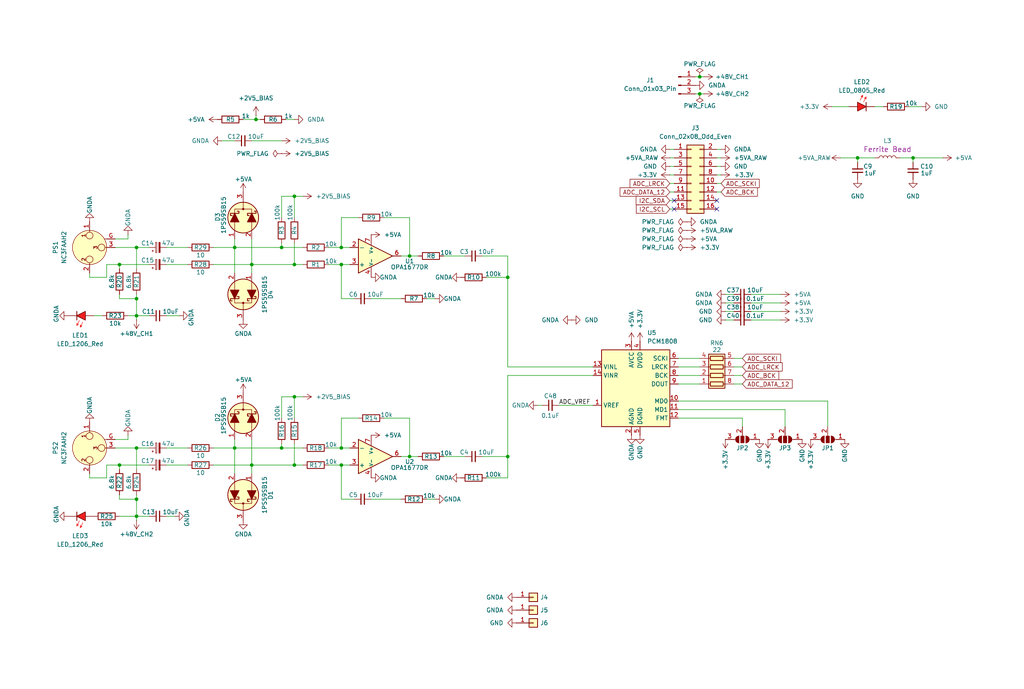
<source format=kicad_sch>
(kicad_sch
	(version 20250114)
	(generator "eeschema")
	(generator_version "9.0")
	(uuid "df05c6b8-8f56-4196-b158-d005cb25c72c")
	(paper "User" 304.8 205.105)
	(title_block
		(title "HyperNet-V2-ADC")
		(date "2025-08-24")
		(rev "2")
		(company "TheStaticTurtle")
	)
	
	(junction
		(at 35.56 138.43)
		(diameter 0)
		(color 0 0 0 0)
		(uuid "03ae4cc3-ed2b-4ff6-952e-34df4b3751dc")
	)
	(junction
		(at 83.82 133.35)
		(diameter 0)
		(color 0 0 0 0)
		(uuid "1068ffa9-df97-420a-a14a-88772fcc9358")
	)
	(junction
		(at 271.78 46.99)
		(diameter 0)
		(color 0 0 0 0)
		(uuid "10a2f6f7-25d8-45e1-97e7-c80d673d20fd")
	)
	(junction
		(at 87.63 58.42)
		(diameter 0)
		(color 0 0 0 0)
		(uuid "13888eb6-219b-467f-b4e8-e371eef00247")
	)
	(junction
		(at 40.64 93.98)
		(diameter 0)
		(color 0 0 0 0)
		(uuid "1683303e-2bf4-4bb4-8886-d381199a1530")
	)
	(junction
		(at 40.64 153.67)
		(diameter 0)
		(color 0 0 0 0)
		(uuid "1a5cecd2-f617-459f-9885-7f22eef9b1e7")
	)
	(junction
		(at 87.63 138.43)
		(diameter 0)
		(color 0 0 0 0)
		(uuid "1a73fb8b-f9fc-4379-8ca6-b6cec99450f9")
	)
	(junction
		(at 208.28 22.86)
		(diameter 0)
		(color 0 0 0 0)
		(uuid "2519c680-7546-449a-9840-bdc9b5c5b16f")
	)
	(junction
		(at 87.63 118.11)
		(diameter 0)
		(color 0 0 0 0)
		(uuid "4605e056-de25-4cb1-9539-68015e0d2149")
	)
	(junction
		(at 35.56 78.74)
		(diameter 0)
		(color 0 0 0 0)
		(uuid "4db70bbd-9b09-4b38-9b1f-20fde43087d6")
	)
	(junction
		(at 101.6 138.43)
		(diameter 0)
		(color 0 0 0 0)
		(uuid "5ce3bec7-a274-45ed-8d11-3ef4a27635a3")
	)
	(junction
		(at 87.63 78.74)
		(diameter 0)
		(color 0 0 0 0)
		(uuid "5ed118cd-33fe-4855-a0f0-faf141a05b71")
	)
	(junction
		(at 40.64 148.59)
		(diameter 0)
		(color 0 0 0 0)
		(uuid "66c3d772-9f04-4c83-b747-af75ccc03953")
	)
	(junction
		(at 151.13 135.89)
		(diameter 0)
		(color 0 0 0 0)
		(uuid "6ab34265-1b43-41af-9fb1-de679065e375")
	)
	(junction
		(at 76.2 35.56)
		(diameter 0)
		(color 0 0 0 0)
		(uuid "6b4bee0e-c47b-48c4-b645-4087c3f0371c")
	)
	(junction
		(at 151.13 82.55)
		(diameter 0)
		(color 0 0 0 0)
		(uuid "706d4da5-cecf-480d-a1cf-a27f3ee9e86d")
	)
	(junction
		(at 101.6 73.66)
		(diameter 0)
		(color 0 0 0 0)
		(uuid "87492bba-1cee-4df0-a6f1-65385213a172")
	)
	(junction
		(at 255.27 46.99)
		(diameter 0)
		(color 0 0 0 0)
		(uuid "895160a0-6f8f-483d-aa81-a689634b5a42")
	)
	(junction
		(at 101.6 133.35)
		(diameter 0)
		(color 0 0 0 0)
		(uuid "8e0a092d-af4a-4c8e-8a04-6e9473b47499")
	)
	(junction
		(at 74.93 138.43)
		(diameter 0)
		(color 0 0 0 0)
		(uuid "908fe2e3-80ba-4ce7-b090-724db12fbe60")
	)
	(junction
		(at 40.64 133.35)
		(diameter 0)
		(color 0 0 0 0)
		(uuid "982caec4-6bac-44b8-8eb4-23c5cb80e138")
	)
	(junction
		(at 40.64 73.66)
		(diameter 0)
		(color 0 0 0 0)
		(uuid "99564f09-0f9a-4559-8f2d-466b715e571d")
	)
	(junction
		(at 83.82 73.66)
		(diameter 0)
		(color 0 0 0 0)
		(uuid "aaadc2d2-df5e-48cf-8e49-b689fec2c251")
	)
	(junction
		(at 74.93 78.74)
		(diameter 0)
		(color 0 0 0 0)
		(uuid "cbdcb032-b35b-4cdb-8e63-7f1a180c6e0d")
	)
	(junction
		(at 121.92 76.2)
		(diameter 0)
		(color 0 0 0 0)
		(uuid "d113d4c7-521f-4e65-b8ef-e947ccc8043b")
	)
	(junction
		(at 69.85 73.66)
		(diameter 0)
		(color 0 0 0 0)
		(uuid "d5d7d11a-b27a-4fff-8072-b235490df632")
	)
	(junction
		(at 69.85 133.35)
		(diameter 0)
		(color 0 0 0 0)
		(uuid "dbdeb81b-1b5f-4ade-b75c-c31e4ccc4b20")
	)
	(junction
		(at 208.28 27.94)
		(diameter 0)
		(color 0 0 0 0)
		(uuid "e11062f5-f406-480c-befe-37074aa81e3d")
	)
	(junction
		(at 40.64 88.9)
		(diameter 0)
		(color 0 0 0 0)
		(uuid "e3cd35e9-81ab-435a-b48c-4f59d90bdb57")
	)
	(junction
		(at 121.92 135.89)
		(diameter 0)
		(color 0 0 0 0)
		(uuid "e92d3fc5-7854-47ce-8cef-adf0177e5851")
	)
	(junction
		(at 101.6 78.74)
		(diameter 0)
		(color 0 0 0 0)
		(uuid "fbdcf476-8490-4806-a005-0061b0e34dab")
	)
	(no_connect
		(at 200.66 62.23)
		(uuid "18dcbb9b-4cc0-43d8-861a-ec5de9b52f9f")
	)
	(no_connect
		(at 213.36 62.23)
		(uuid "44acafa6-7c36-4064-8daa-9101f31b8c65")
	)
	(no_connect
		(at 200.66 59.69)
		(uuid "4dfd318d-7d9a-4a19-a7b7-574cc831caf8")
	)
	(no_connect
		(at 213.36 59.69)
		(uuid "ee584765-dcb7-46c8-b30b-e432b221b8c8")
	)
	(wire
		(pts
			(xy 220.98 109.22) (xy 218.44 109.22)
		)
		(stroke
			(width 0)
			(type default)
		)
		(uuid "00b54ed1-39fc-4404-bc6a-63a2af8ee426")
	)
	(wire
		(pts
			(xy 40.64 87.63) (xy 40.64 88.9)
		)
		(stroke
			(width 0)
			(type default)
		)
		(uuid "00d08e84-18bc-4ef8-92e9-79206e912630")
	)
	(wire
		(pts
			(xy 40.64 73.66) (xy 44.45 73.66)
		)
		(stroke
			(width 0)
			(type default)
		)
		(uuid "01f13593-7e68-4c6c-a789-fbd8880ec048")
	)
	(wire
		(pts
			(xy 200.66 49.53) (xy 199.39 49.53)
		)
		(stroke
			(width 0)
			(type default)
		)
		(uuid "035ad144-f1cb-4eda-b537-e5bc171947b7")
	)
	(wire
		(pts
			(xy 271.78 46.99) (xy 280.67 46.99)
		)
		(stroke
			(width 0)
			(type default)
		)
		(uuid "036cca3c-8eca-442c-9c1c-b356fcdee2ae")
	)
	(wire
		(pts
			(xy 201.93 111.76) (xy 208.28 111.76)
		)
		(stroke
			(width 0)
			(type default)
		)
		(uuid "0380799c-fa43-49a1-8fde-e9b2589e82e3")
	)
	(wire
		(pts
			(xy 255.27 46.99) (xy 260.35 46.99)
		)
		(stroke
			(width 0)
			(type default)
		)
		(uuid "04b681f4-26b3-4dd8-8369-fabf2da4e3f7")
	)
	(wire
		(pts
			(xy 201.93 114.3) (xy 208.28 114.3)
		)
		(stroke
			(width 0)
			(type default)
		)
		(uuid "04b758bc-37cd-44c9-b951-d358ce14b3dc")
	)
	(wire
		(pts
			(xy 223.52 90.17) (xy 232.41 90.17)
		)
		(stroke
			(width 0)
			(type default)
		)
		(uuid "04d44ca4-eef4-44ca-82ac-f55287046ddd")
	)
	(wire
		(pts
			(xy 34.29 133.35) (xy 40.64 133.35)
		)
		(stroke
			(width 0)
			(type default)
		)
		(uuid "06a1cf36-bfac-45aa-a52c-988710dcfe65")
	)
	(wire
		(pts
			(xy 199.39 62.23) (xy 200.66 62.23)
		)
		(stroke
			(width 0)
			(type default)
		)
		(uuid "08dd9f08-9eba-4b85-b078-e092cf045fbb")
	)
	(wire
		(pts
			(xy 138.43 76.2) (xy 132.08 76.2)
		)
		(stroke
			(width 0)
			(type default)
		)
		(uuid "0b7d1374-f9d0-4873-ae58-b22db3cd36c5")
	)
	(wire
		(pts
			(xy 121.92 64.77) (xy 121.92 76.2)
		)
		(stroke
			(width 0)
			(type default)
		)
		(uuid "0c6d1d66-b730-406c-b4e2-05f02fd0f905")
	)
	(wire
		(pts
			(xy 176.53 111.76) (xy 151.13 111.76)
		)
		(stroke
			(width 0)
			(type default)
		)
		(uuid "0cac9fda-e81d-4d8f-97e8-96be0e7c1c19")
	)
	(wire
		(pts
			(xy 252.73 31.75) (xy 247.65 31.75)
		)
		(stroke
			(width 0)
			(type default)
		)
		(uuid "0ce5688c-4f98-47f8-8bae-2c3eec71a841")
	)
	(wire
		(pts
			(xy 151.13 111.76) (xy 151.13 135.89)
		)
		(stroke
			(width 0)
			(type default)
		)
		(uuid "0cfad250-e1e1-44fd-a416-1fb2b4c7d905")
	)
	(wire
		(pts
			(xy 101.6 78.74) (xy 104.14 78.74)
		)
		(stroke
			(width 0)
			(type default)
		)
		(uuid "0f3512ec-931c-4b43-835c-73941b15268f")
	)
	(wire
		(pts
			(xy 270.51 31.75) (xy 274.32 31.75)
		)
		(stroke
			(width 0)
			(type default)
		)
		(uuid "1051426e-86a2-429a-9d64-9da5d9efe404")
	)
	(wire
		(pts
			(xy 151.13 76.2) (xy 151.13 82.55)
		)
		(stroke
			(width 0)
			(type default)
		)
		(uuid "11b897e2-dc3f-40f3-86ad-fbf0dbc1b1d3")
	)
	(wire
		(pts
			(xy 31.75 142.24) (xy 26.67 142.24)
		)
		(stroke
			(width 0)
			(type default)
		)
		(uuid "122b35c0-9885-4634-a77f-5611f34b8d99")
	)
	(wire
		(pts
			(xy 40.64 153.67) (xy 44.45 153.67)
		)
		(stroke
			(width 0)
			(type default)
		)
		(uuid "13e659e8-d64e-40b1-9b3d-a84e35d56b95")
	)
	(wire
		(pts
			(xy 200.66 57.15) (xy 199.39 57.15)
		)
		(stroke
			(width 0)
			(type default)
		)
		(uuid "14540fc5-86e1-4cc7-b89b-f1617f030623")
	)
	(wire
		(pts
			(xy 160.02 120.65) (xy 161.29 120.65)
		)
		(stroke
			(width 0)
			(type default)
		)
		(uuid "16012a94-1787-41bb-a9bf-07c7e675c02d")
	)
	(wire
		(pts
			(xy 35.56 87.63) (xy 35.56 88.9)
		)
		(stroke
			(width 0)
			(type default)
		)
		(uuid "19462a68-c360-4e8b-a730-0aa14886f54e")
	)
	(wire
		(pts
			(xy 69.85 130.81) (xy 69.85 133.35)
		)
		(stroke
			(width 0)
			(type default)
		)
		(uuid "1c014e37-8608-4a05-afd5-c157c14e4d1b")
	)
	(wire
		(pts
			(xy 209.55 22.86) (xy 208.28 22.86)
		)
		(stroke
			(width 0)
			(type default)
		)
		(uuid "1cdc9be2-c301-4577-ac37-ad597cadc007")
	)
	(wire
		(pts
			(xy 49.53 133.35) (xy 55.88 133.35)
		)
		(stroke
			(width 0)
			(type default)
		)
		(uuid "1e747761-ca5c-4566-9cb1-0822a18f2a1f")
	)
	(wire
		(pts
			(xy 201.93 121.92) (xy 233.68 121.92)
		)
		(stroke
			(width 0)
			(type default)
		)
		(uuid "21f4a39d-660e-4d49-b15f-8a7c0c27abd2")
	)
	(wire
		(pts
			(xy 101.6 64.77) (xy 101.6 73.66)
		)
		(stroke
			(width 0)
			(type default)
		)
		(uuid "22f9ccbc-8db7-4c85-a624-0996f58709c2")
	)
	(wire
		(pts
			(xy 101.6 78.74) (xy 97.79 78.74)
		)
		(stroke
			(width 0)
			(type default)
		)
		(uuid "2349ec8a-5a9f-4ae0-9155-6b346544f354")
	)
	(wire
		(pts
			(xy 220.98 114.3) (xy 218.44 114.3)
		)
		(stroke
			(width 0)
			(type default)
		)
		(uuid "259ef4f3-60cd-4e15-b2dd-85e69405c729")
	)
	(wire
		(pts
			(xy 53.34 93.98) (xy 49.53 93.98)
		)
		(stroke
			(width 0)
			(type default)
		)
		(uuid "26a988bd-cdf5-4b16-8afc-7af12e85c1d4")
	)
	(wire
		(pts
			(xy 38.1 93.98) (xy 40.64 93.98)
		)
		(stroke
			(width 0)
			(type default)
		)
		(uuid "27b1bc0c-44f0-4f0f-a8c2-9cd92aa86b84")
	)
	(wire
		(pts
			(xy 85.09 35.56) (xy 87.63 35.56)
		)
		(stroke
			(width 0)
			(type default)
		)
		(uuid "2888d213-b91b-4f13-b159-600086b9fa15")
	)
	(wire
		(pts
			(xy 35.56 147.32) (xy 35.56 148.59)
		)
		(stroke
			(width 0)
			(type default)
		)
		(uuid "2a61db7b-c142-4a67-8ecf-674c14e6443e")
	)
	(wire
		(pts
			(xy 74.93 138.43) (xy 87.63 138.43)
		)
		(stroke
			(width 0)
			(type default)
		)
		(uuid "2b28596e-81a3-4058-9039-c130dc99ac0e")
	)
	(wire
		(pts
			(xy 69.85 133.35) (xy 83.82 133.35)
		)
		(stroke
			(width 0)
			(type default)
		)
		(uuid "2b8439fc-7ec8-4959-a921-cb41141a791f")
	)
	(wire
		(pts
			(xy 34.29 73.66) (xy 40.64 73.66)
		)
		(stroke
			(width 0)
			(type default)
		)
		(uuid "2db6f3eb-9cf4-46b5-929a-c4874a0f30e7")
	)
	(wire
		(pts
			(xy 124.46 76.2) (xy 121.92 76.2)
		)
		(stroke
			(width 0)
			(type default)
		)
		(uuid "2e5d85d1-ee7e-4d0e-8ad3-7c8520c8b73b")
	)
	(wire
		(pts
			(xy 223.52 87.63) (xy 232.41 87.63)
		)
		(stroke
			(width 0)
			(type default)
		)
		(uuid "2f4590c9-2187-4f7e-806b-4dc399cfe5f3")
	)
	(wire
		(pts
			(xy 101.6 73.66) (xy 104.14 73.66)
		)
		(stroke
			(width 0)
			(type default)
		)
		(uuid "301ce02a-7d4f-4341-b16a-2281de2f3571")
	)
	(wire
		(pts
			(xy 83.82 118.11) (xy 87.63 118.11)
		)
		(stroke
			(width 0)
			(type default)
		)
		(uuid "3393e1bc-034d-40b4-8b45-1fd68320b880")
	)
	(wire
		(pts
			(xy 215.9 92.71) (xy 218.44 92.71)
		)
		(stroke
			(width 0)
			(type default)
		)
		(uuid "34d90ab9-8374-487f-8bbd-3c2395d335d5")
	)
	(wire
		(pts
			(xy 49.53 73.66) (xy 55.88 73.66)
		)
		(stroke
			(width 0)
			(type default)
		)
		(uuid "34fe7f80-1053-45e8-85ad-70f30c790c77")
	)
	(wire
		(pts
			(xy 66.04 41.91) (xy 69.85 41.91)
		)
		(stroke
			(width 0)
			(type default)
		)
		(uuid "3521f405-2ead-4a98-8590-8a5c93f44506")
	)
	(wire
		(pts
			(xy 74.93 78.74) (xy 87.63 78.74)
		)
		(stroke
			(width 0)
			(type default)
		)
		(uuid "38f802c5-85fa-4842-8460-dedba613fa0a")
	)
	(wire
		(pts
			(xy 31.75 82.55) (xy 26.67 82.55)
		)
		(stroke
			(width 0)
			(type default)
		)
		(uuid "393b5d38-d9a6-4e47-bfa1-7380a3730ae1")
	)
	(wire
		(pts
			(xy 26.67 142.24) (xy 26.67 140.97)
		)
		(stroke
			(width 0)
			(type default)
		)
		(uuid "3b55b472-8e4a-4467-8aaa-a35688da85a2")
	)
	(wire
		(pts
			(xy 121.92 76.2) (xy 119.38 76.2)
		)
		(stroke
			(width 0)
			(type default)
		)
		(uuid "3c0bc3a6-e139-445f-8f65-20d402c61b0f")
	)
	(wire
		(pts
			(xy 90.17 78.74) (xy 87.63 78.74)
		)
		(stroke
			(width 0)
			(type default)
		)
		(uuid "3dde2eac-8e4f-49c5-803f-c7acd38bb2aa")
	)
	(wire
		(pts
			(xy 83.82 72.39) (xy 83.82 73.66)
		)
		(stroke
			(width 0)
			(type default)
		)
		(uuid "3dff9b03-ff64-4b06-b6fb-ea087678b365")
	)
	(wire
		(pts
			(xy 76.2 34.29) (xy 76.2 35.56)
		)
		(stroke
			(width 0)
			(type default)
		)
		(uuid "3eceee54-b0b1-4af5-b1db-22dfeb748eb2")
	)
	(wire
		(pts
			(xy 124.46 135.89) (xy 121.92 135.89)
		)
		(stroke
			(width 0)
			(type default)
		)
		(uuid "3ef127af-34a4-47cf-a7ca-8134d54ad352")
	)
	(wire
		(pts
			(xy 87.63 132.08) (xy 87.63 138.43)
		)
		(stroke
			(width 0)
			(type default)
		)
		(uuid "41306c70-c89e-44ce-9c48-355a67685998")
	)
	(wire
		(pts
			(xy 151.13 82.55) (xy 151.13 109.22)
		)
		(stroke
			(width 0)
			(type default)
		)
		(uuid "4239f889-5da5-43a2-98ae-79f674bec9d2")
	)
	(wire
		(pts
			(xy 97.79 73.66) (xy 101.6 73.66)
		)
		(stroke
			(width 0)
			(type default)
		)
		(uuid "43607fcf-625f-4c48-bd94-9a0d7eba0593")
	)
	(wire
		(pts
			(xy 151.13 135.89) (xy 151.13 142.24)
		)
		(stroke
			(width 0)
			(type default)
		)
		(uuid "465db1ae-b185-4eeb-9891-eedbc5b9e0ef")
	)
	(wire
		(pts
			(xy 76.2 35.56) (xy 77.47 35.56)
		)
		(stroke
			(width 0)
			(type default)
		)
		(uuid "474d6da9-7fd7-4c05-b629-2c5ccf17faaa")
	)
	(wire
		(pts
			(xy 35.56 138.43) (xy 35.56 139.7)
		)
		(stroke
			(width 0)
			(type default)
		)
		(uuid "48bc856b-c991-4d63-84d0-e5283c4f8891")
	)
	(wire
		(pts
			(xy 200.66 44.45) (xy 199.39 44.45)
		)
		(stroke
			(width 0)
			(type default)
		)
		(uuid "4b436127-5ce8-4ab0-b24b-6b61a80fd462")
	)
	(wire
		(pts
			(xy 129.54 148.59) (xy 127 148.59)
		)
		(stroke
			(width 0)
			(type default)
		)
		(uuid "4bd21f23-3216-4bb5-9206-1be146d72fff")
	)
	(wire
		(pts
			(xy 208.28 109.22) (xy 201.93 109.22)
		)
		(stroke
			(width 0)
			(type default)
		)
		(uuid "4d98e402-8091-4fde-bcc5-4bf43fa34020")
	)
	(wire
		(pts
			(xy 74.93 71.12) (xy 74.93 78.74)
		)
		(stroke
			(width 0)
			(type default)
		)
		(uuid "4f19baf4-bcfe-4fd9-b10e-87647508ca75")
	)
	(wire
		(pts
			(xy 87.63 58.42) (xy 87.63 64.77)
		)
		(stroke
			(width 0)
			(type default)
		)
		(uuid "4f3b7707-09a8-46e5-bb60-632923f5174b")
	)
	(wire
		(pts
			(xy 74.93 138.43) (xy 74.93 140.97)
		)
		(stroke
			(width 0)
			(type default)
		)
		(uuid "506bad2a-1d89-4766-b735-9a15ad90dbc6")
	)
	(wire
		(pts
			(xy 200.66 54.61) (xy 199.39 54.61)
		)
		(stroke
			(width 0)
			(type default)
		)
		(uuid "53e16174-0f6b-4e8f-8aae-8970598e3bae")
	)
	(wire
		(pts
			(xy 69.85 71.12) (xy 69.85 73.66)
		)
		(stroke
			(width 0)
			(type default)
		)
		(uuid "54305950-c744-4d8a-8add-4230b04b10dc")
	)
	(wire
		(pts
			(xy 213.36 49.53) (xy 214.63 49.53)
		)
		(stroke
			(width 0)
			(type default)
		)
		(uuid "5485c6db-90db-4dc9-a1b3-591c366ba24c")
	)
	(wire
		(pts
			(xy 105.41 148.59) (xy 101.6 148.59)
		)
		(stroke
			(width 0)
			(type default)
		)
		(uuid "55fc0a6e-ec54-4f22-9062-339e0bd79af6")
	)
	(wire
		(pts
			(xy 143.51 135.89) (xy 151.13 135.89)
		)
		(stroke
			(width 0)
			(type default)
		)
		(uuid "5694df17-9e69-47f6-b705-a1835caf5adf")
	)
	(wire
		(pts
			(xy 200.66 52.07) (xy 199.39 52.07)
		)
		(stroke
			(width 0)
			(type default)
		)
		(uuid "590ecbce-58f1-40c9-8967-3f6008c40740")
	)
	(wire
		(pts
			(xy 220.98 111.76) (xy 218.44 111.76)
		)
		(stroke
			(width 0)
			(type default)
		)
		(uuid "5ab90622-2e70-4cb1-b494-40580b7e9697")
	)
	(wire
		(pts
			(xy 27.94 93.98) (xy 30.48 93.98)
		)
		(stroke
			(width 0)
			(type default)
		)
		(uuid "5af131bb-f6a8-4702-8623-943b7ba525fb")
	)
	(wire
		(pts
			(xy 105.41 88.9) (xy 101.6 88.9)
		)
		(stroke
			(width 0)
			(type default)
		)
		(uuid "5bf1769d-27f8-48ea-b478-3a5bb4d0e399")
	)
	(wire
		(pts
			(xy 208.28 22.86) (xy 207.01 22.86)
		)
		(stroke
			(width 0)
			(type default)
		)
		(uuid "5c9f42cd-1095-47bb-87eb-401a14e8a038")
	)
	(wire
		(pts
			(xy 35.56 88.9) (xy 40.64 88.9)
		)
		(stroke
			(width 0)
			(type default)
		)
		(uuid "5d0dba48-2d3f-4e3a-8cd9-5585b7737811")
	)
	(wire
		(pts
			(xy 35.56 153.67) (xy 40.64 153.67)
		)
		(stroke
			(width 0)
			(type default)
		)
		(uuid "61cc9438-7fe4-410a-af4b-5f2ebf5ce9fe")
	)
	(wire
		(pts
			(xy 220.98 106.68) (xy 218.44 106.68)
		)
		(stroke
			(width 0)
			(type default)
		)
		(uuid "620f1972-925f-4dcc-9519-53fb44db9d45")
	)
	(wire
		(pts
			(xy 97.79 133.35) (xy 101.6 133.35)
		)
		(stroke
			(width 0)
			(type default)
		)
		(uuid "642f57cf-ddb1-488d-8ed7-ebe38cc159a4")
	)
	(wire
		(pts
			(xy 26.67 82.55) (xy 26.67 81.28)
		)
		(stroke
			(width 0)
			(type default)
		)
		(uuid "6818945d-9977-4c69-b084-72e4db755c75")
	)
	(wire
		(pts
			(xy 34.29 130.81) (xy 38.1 130.81)
		)
		(stroke
			(width 0)
			(type default)
		)
		(uuid "6899aebf-ce44-464a-8651-09d8c9ee73b9")
	)
	(wire
		(pts
			(xy 114.3 64.77) (xy 121.92 64.77)
		)
		(stroke
			(width 0)
			(type default)
		)
		(uuid "6a8a8f60-bc5c-40dd-b181-92d2af390e85")
	)
	(wire
		(pts
			(xy 119.38 88.9) (xy 110.49 88.9)
		)
		(stroke
			(width 0)
			(type default)
		)
		(uuid "6d47a1fe-e625-4aa1-90f9-ff14bca13581")
	)
	(wire
		(pts
			(xy 119.38 148.59) (xy 110.49 148.59)
		)
		(stroke
			(width 0)
			(type default)
		)
		(uuid "6dc37988-d7b9-4aad-8b58-6b47dc9667b0")
	)
	(wire
		(pts
			(xy 63.5 138.43) (xy 74.93 138.43)
		)
		(stroke
			(width 0)
			(type default)
		)
		(uuid "6e6f092b-cb6f-4de0-b8fc-846ad85444d4")
	)
	(wire
		(pts
			(xy 101.6 148.59) (xy 101.6 138.43)
		)
		(stroke
			(width 0)
			(type default)
		)
		(uuid "6edaee03-6049-423f-abf8-76a47a6fa18c")
	)
	(wire
		(pts
			(xy 35.56 78.74) (xy 44.45 78.74)
		)
		(stroke
			(width 0)
			(type default)
		)
		(uuid "7517b319-8311-4646-a3c6-b377e7607223")
	)
	(wire
		(pts
			(xy 52.07 153.67) (xy 49.53 153.67)
		)
		(stroke
			(width 0)
			(type default)
		)
		(uuid "7740d029-e301-4178-8c5d-1c544c88e855")
	)
	(wire
		(pts
			(xy 40.64 133.35) (xy 40.64 139.7)
		)
		(stroke
			(width 0)
			(type default)
		)
		(uuid "78916e52-b15a-48af-b4ab-b6872208609c")
	)
	(wire
		(pts
			(xy 87.63 118.11) (xy 87.63 124.46)
		)
		(stroke
			(width 0)
			(type default)
		)
		(uuid "7995c3df-f7ff-49d0-a89b-135c704f2ad0")
	)
	(wire
		(pts
			(xy 31.75 78.74) (xy 31.75 82.55)
		)
		(stroke
			(width 0)
			(type default)
		)
		(uuid "7a209bfd-a22a-40b9-94da-0d188ec3ec46")
	)
	(wire
		(pts
			(xy 40.64 153.67) (xy 40.64 154.94)
		)
		(stroke
			(width 0)
			(type default)
		)
		(uuid "7afd7386-d2cf-4a05-8b4e-3e6c980647d6")
	)
	(wire
		(pts
			(xy 213.36 52.07) (xy 214.63 52.07)
		)
		(stroke
			(width 0)
			(type default)
		)
		(uuid "7e13b6a1-b2e7-4d1d-9764-bec82821d510")
	)
	(wire
		(pts
			(xy 38.1 71.12) (xy 38.1 69.85)
		)
		(stroke
			(width 0)
			(type default)
		)
		(uuid "7e616c06-1d89-4335-8b62-0bdba5ccffb2")
	)
	(wire
		(pts
			(xy 129.54 88.9) (xy 127 88.9)
		)
		(stroke
			(width 0)
			(type default)
		)
		(uuid "82a5270c-1b68-4c7b-8421-b9ba1d3593a3")
	)
	(wire
		(pts
			(xy 208.28 106.68) (xy 201.93 106.68)
		)
		(stroke
			(width 0)
			(type default)
		)
		(uuid "82c6a47d-335a-4aef-b248-abaa0bb53786")
	)
	(wire
		(pts
			(xy 83.82 73.66) (xy 90.17 73.66)
		)
		(stroke
			(width 0)
			(type default)
		)
		(uuid "84ac9b0e-6cbb-4653-878c-c2a246526fff")
	)
	(wire
		(pts
			(xy 40.64 133.35) (xy 44.45 133.35)
		)
		(stroke
			(width 0)
			(type default)
		)
		(uuid "85c3530e-6e0b-4c2e-a79e-a527af35e0f9")
	)
	(wire
		(pts
			(xy 90.17 118.11) (xy 87.63 118.11)
		)
		(stroke
			(width 0)
			(type default)
		)
		(uuid "876c0c5f-170e-4aca-89ab-0f3416bc9aff")
	)
	(wire
		(pts
			(xy 63.5 133.35) (xy 69.85 133.35)
		)
		(stroke
			(width 0)
			(type default)
		)
		(uuid "88af898a-ec16-4782-9026-f5dd4b61758b")
	)
	(wire
		(pts
			(xy 106.68 124.46) (xy 101.6 124.46)
		)
		(stroke
			(width 0)
			(type default)
		)
		(uuid "8aaa5e19-6e7e-44f3-930d-7075136f24d8")
	)
	(wire
		(pts
			(xy 215.9 95.25) (xy 218.44 95.25)
		)
		(stroke
			(width 0)
			(type default)
		)
		(uuid "8dfafea6-4bba-4668-b4ff-676c9d703216")
	)
	(wire
		(pts
			(xy 35.56 78.74) (xy 31.75 78.74)
		)
		(stroke
			(width 0)
			(type default)
		)
		(uuid "8f6f2675-c3ab-41c5-bdde-d6a608fedc35")
	)
	(wire
		(pts
			(xy 83.82 118.11) (xy 83.82 124.46)
		)
		(stroke
			(width 0)
			(type default)
		)
		(uuid "9031f3fb-83c1-47a9-9484-60fa34eca516")
	)
	(wire
		(pts
			(xy 83.82 58.42) (xy 83.82 64.77)
		)
		(stroke
			(width 0)
			(type default)
		)
		(uuid "90b4120e-df92-4f33-8cc7-b9d07f653fcc")
	)
	(wire
		(pts
			(xy 220.98 124.46) (xy 201.93 124.46)
		)
		(stroke
			(width 0)
			(type default)
		)
		(uuid "90ba63c9-cfc2-4eee-afa5-f2d173f94ca8")
	)
	(wire
		(pts
			(xy 213.36 57.15) (xy 214.63 57.15)
		)
		(stroke
			(width 0)
			(type default)
		)
		(uuid "92769d3f-4171-45a3-b162-791db4e03497")
	)
	(wire
		(pts
			(xy 44.45 138.43) (xy 35.56 138.43)
		)
		(stroke
			(width 0)
			(type default)
		)
		(uuid "97439849-182a-43e0-b1c6-ff32cd4a43f5")
	)
	(wire
		(pts
			(xy 101.6 138.43) (xy 104.14 138.43)
		)
		(stroke
			(width 0)
			(type default)
		)
		(uuid "9bac2771-5487-40ee-9991-bf3f8a72c49d")
	)
	(wire
		(pts
			(xy 106.68 64.77) (xy 101.6 64.77)
		)
		(stroke
			(width 0)
			(type default)
		)
		(uuid "9e773725-ab2d-4e82-9655-ae14ae3ea2de")
	)
	(wire
		(pts
			(xy 69.85 73.66) (xy 69.85 81.28)
		)
		(stroke
			(width 0)
			(type default)
		)
		(uuid "9fb2f9e4-832a-4fe4-adb3-1c3c3bf159ca")
	)
	(wire
		(pts
			(xy 74.93 130.81) (xy 74.93 138.43)
		)
		(stroke
			(width 0)
			(type default)
		)
		(uuid "a1540e8e-7658-4e14-b858-6bf796ebe4e4")
	)
	(wire
		(pts
			(xy 55.88 78.74) (xy 49.53 78.74)
		)
		(stroke
			(width 0)
			(type default)
		)
		(uuid "a337d781-f299-41f1-9c35-0efb3a87df49")
	)
	(wire
		(pts
			(xy 40.64 93.98) (xy 44.45 93.98)
		)
		(stroke
			(width 0)
			(type default)
		)
		(uuid "a5b59cfd-74bc-4921-9b94-e7b7c9cf31b7")
	)
	(wire
		(pts
			(xy 74.93 78.74) (xy 74.93 81.28)
		)
		(stroke
			(width 0)
			(type default)
		)
		(uuid "a6b11e05-12c7-496e-af61-4422fc12e999")
	)
	(wire
		(pts
			(xy 83.82 41.91) (xy 74.93 41.91)
		)
		(stroke
			(width 0)
			(type default)
		)
		(uuid "a7cc95c3-9edd-44a3-88c8-5249c99496cb")
	)
	(wire
		(pts
			(xy 40.64 93.98) (xy 40.64 95.25)
		)
		(stroke
			(width 0)
			(type default)
		)
		(uuid "aa02c739-3ad0-4e35-b77b-a8d7d40bbabc")
	)
	(wire
		(pts
			(xy 83.82 132.08) (xy 83.82 133.35)
		)
		(stroke
			(width 0)
			(type default)
		)
		(uuid "aa13890e-0af5-486a-b126-48f95937620f")
	)
	(wire
		(pts
			(xy 255.27 46.99) (xy 255.27 48.26)
		)
		(stroke
			(width 0)
			(type default)
		)
		(uuid "ad4c524d-45fb-4f71-ae7f-fb4d794415cf")
	)
	(wire
		(pts
			(xy 199.39 59.69) (xy 200.66 59.69)
		)
		(stroke
			(width 0)
			(type default)
		)
		(uuid "ad6bd5bb-579e-47e4-952f-81940ef06f78")
	)
	(wire
		(pts
			(xy 262.89 31.75) (xy 260.35 31.75)
		)
		(stroke
			(width 0)
			(type default)
		)
		(uuid "afc35581-b501-4de3-8d88-1e1857fcee7c")
	)
	(wire
		(pts
			(xy 213.36 44.45) (xy 214.63 44.45)
		)
		(stroke
			(width 0)
			(type default)
		)
		(uuid "b001499e-b8ab-49d8-a182-ed6fab79a686")
	)
	(wire
		(pts
			(xy 40.64 147.32) (xy 40.64 148.59)
		)
		(stroke
			(width 0)
			(type default)
		)
		(uuid "b13b2458-2835-4a94-afac-147ff07d2cee")
	)
	(wire
		(pts
			(xy 208.28 27.94) (xy 207.01 27.94)
		)
		(stroke
			(width 0)
			(type default)
		)
		(uuid "b54c6523-4ffd-4ccf-9964-d1f7bbd56277")
	)
	(wire
		(pts
			(xy 35.56 148.59) (xy 40.64 148.59)
		)
		(stroke
			(width 0)
			(type default)
		)
		(uuid "b5916aa9-7615-4535-a8fc-0abdc5971542")
	)
	(wire
		(pts
			(xy 49.53 138.43) (xy 55.88 138.43)
		)
		(stroke
			(width 0)
			(type default)
		)
		(uuid "b5ccca75-168e-4847-872f-10f2d9bbb42c")
	)
	(wire
		(pts
			(xy 166.37 120.65) (xy 176.53 120.65)
		)
		(stroke
			(width 0)
			(type default)
		)
		(uuid "b618f265-1c25-45ea-81bc-b4ca7c8dbeef")
	)
	(wire
		(pts
			(xy 83.82 133.35) (xy 90.17 133.35)
		)
		(stroke
			(width 0)
			(type default)
		)
		(uuid "b763300b-c77b-4843-9366-90b5a186fb93")
	)
	(wire
		(pts
			(xy 101.6 133.35) (xy 104.14 133.35)
		)
		(stroke
			(width 0)
			(type default)
		)
		(uuid "b8de5046-bdf0-4fc4-b6c3-49d47533fabd")
	)
	(wire
		(pts
			(xy 233.68 121.92) (xy 233.68 127)
		)
		(stroke
			(width 0)
			(type default)
		)
		(uuid "b8f713d1-3722-44a0-9d3a-27e5f861cf49")
	)
	(wire
		(pts
			(xy 121.92 124.46) (xy 121.92 135.89)
		)
		(stroke
			(width 0)
			(type default)
		)
		(uuid "b9e42c68-3305-4335-8370-a6fba174d056")
	)
	(wire
		(pts
			(xy 87.63 58.42) (xy 83.82 58.42)
		)
		(stroke
			(width 0)
			(type default)
		)
		(uuid "bd357834-4c3a-4eeb-a619-3f99b92e56b6")
	)
	(wire
		(pts
			(xy 176.53 109.22) (xy 151.13 109.22)
		)
		(stroke
			(width 0)
			(type default)
		)
		(uuid "be0694a0-b95d-4cc2-af27-fa3496b691a2")
	)
	(wire
		(pts
			(xy 40.64 93.98) (xy 40.64 88.9)
		)
		(stroke
			(width 0)
			(type default)
		)
		(uuid "bfb09336-7255-4e76-a8aa-34f52517ba22")
	)
	(wire
		(pts
			(xy 223.52 92.71) (xy 232.41 92.71)
		)
		(stroke
			(width 0)
			(type default)
		)
		(uuid "bff33f3d-8a90-4dd5-99fe-415456c8ac15")
	)
	(wire
		(pts
			(xy 250.19 46.99) (xy 255.27 46.99)
		)
		(stroke
			(width 0)
			(type default)
		)
		(uuid "c259f9f2-63af-469f-a3e5-3f298db67962")
	)
	(wire
		(pts
			(xy 69.85 73.66) (xy 83.82 73.66)
		)
		(stroke
			(width 0)
			(type default)
		)
		(uuid "c34a2d8c-722e-40b6-9428-4b10f8a86b59")
	)
	(wire
		(pts
			(xy 87.63 72.39) (xy 87.63 78.74)
		)
		(stroke
			(width 0)
			(type default)
		)
		(uuid "c43e4c67-c1b0-426e-8c14-b9f06f9eff4d")
	)
	(wire
		(pts
			(xy 35.56 78.74) (xy 35.56 80.01)
		)
		(stroke
			(width 0)
			(type default)
		)
		(uuid "caa1f132-77ec-4e42-8d4d-067489a8b6f0")
	)
	(wire
		(pts
			(xy 201.93 119.38) (xy 246.38 119.38)
		)
		(stroke
			(width 0)
			(type default)
		)
		(uuid "cb5244c8-32b3-4f89-9884-896c80569d16")
	)
	(wire
		(pts
			(xy 101.6 88.9) (xy 101.6 78.74)
		)
		(stroke
			(width 0)
			(type default)
		)
		(uuid "cba3e0d5-c7ab-4a0f-8891-9700a64f78e0")
	)
	(wire
		(pts
			(xy 31.75 138.43) (xy 31.75 142.24)
		)
		(stroke
			(width 0)
			(type default)
		)
		(uuid "cce12962-16ec-4634-91d9-b47769d3fcfd")
	)
	(wire
		(pts
			(xy 40.64 73.66) (xy 40.64 80.01)
		)
		(stroke
			(width 0)
			(type default)
		)
		(uuid "cec028a8-3d6c-4037-93ae-12337e0de39f")
	)
	(wire
		(pts
			(xy 69.85 133.35) (xy 69.85 140.97)
		)
		(stroke
			(width 0)
			(type default)
		)
		(uuid "cfc714c1-f9c3-4218-8a74-e228f80e7296")
	)
	(wire
		(pts
			(xy 72.39 35.56) (xy 76.2 35.56)
		)
		(stroke
			(width 0)
			(type default)
		)
		(uuid "d35841bd-2972-48fd-ba87-9c743a95a824")
	)
	(wire
		(pts
			(xy 151.13 142.24) (xy 144.78 142.24)
		)
		(stroke
			(width 0)
			(type default)
		)
		(uuid "d4ff5817-8ce4-4fbf-b4d5-244cacefd20e")
	)
	(wire
		(pts
			(xy 151.13 82.55) (xy 144.78 82.55)
		)
		(stroke
			(width 0)
			(type default)
		)
		(uuid "d5709a0a-3e5c-4086-8325-f683364e54a8")
	)
	(wire
		(pts
			(xy 63.5 78.74) (xy 74.93 78.74)
		)
		(stroke
			(width 0)
			(type default)
		)
		(uuid "d5ab192d-a18c-4d61-83b1-46208d36f751")
	)
	(wire
		(pts
			(xy 223.52 95.25) (xy 232.41 95.25)
		)
		(stroke
			(width 0)
			(type default)
		)
		(uuid "ddb923dc-6988-4ac4-ba78-d6c3f44193c4")
	)
	(wire
		(pts
			(xy 213.36 54.61) (xy 214.63 54.61)
		)
		(stroke
			(width 0)
			(type default)
		)
		(uuid "df35123c-5cad-4898-8dc7-4c09639e8ecf")
	)
	(wire
		(pts
			(xy 114.3 124.46) (xy 121.92 124.46)
		)
		(stroke
			(width 0)
			(type default)
		)
		(uuid "dfc28947-a19c-4a0e-9852-9cff2a04d76e")
	)
	(wire
		(pts
			(xy 35.56 138.43) (xy 31.75 138.43)
		)
		(stroke
			(width 0)
			(type default)
		)
		(uuid "e027ce50-5334-4bdc-b6a2-d8b6986f5dab")
	)
	(wire
		(pts
			(xy 143.51 76.2) (xy 151.13 76.2)
		)
		(stroke
			(width 0)
			(type default)
		)
		(uuid "e088b19c-1d4b-48b1-8c88-646a3e316e78")
	)
	(wire
		(pts
			(xy 138.43 135.89) (xy 132.08 135.89)
		)
		(stroke
			(width 0)
			(type default)
		)
		(uuid "e1846526-4d85-4d14-90e5-3d20ff27e938")
	)
	(wire
		(pts
			(xy 246.38 119.38) (xy 246.38 127)
		)
		(stroke
			(width 0)
			(type default)
		)
		(uuid "e501beee-83a7-4f8e-b854-204229425aba")
	)
	(wire
		(pts
			(xy 101.6 124.46) (xy 101.6 133.35)
		)
		(stroke
			(width 0)
			(type default)
		)
		(uuid "e5e748a4-aab0-4402-a79c-f2eff7816960")
	)
	(wire
		(pts
			(xy 63.5 73.66) (xy 69.85 73.66)
		)
		(stroke
			(width 0)
			(type default)
		)
		(uuid "ea7c7eb2-992d-4819-a72b-8ce4880478ff")
	)
	(wire
		(pts
			(xy 90.17 58.42) (xy 87.63 58.42)
		)
		(stroke
			(width 0)
			(type default)
		)
		(uuid "ede947ca-d7e3-4a06-bc98-31cdb771d12b")
	)
	(wire
		(pts
			(xy 213.36 46.99) (xy 214.63 46.99)
		)
		(stroke
			(width 0)
			(type default)
		)
		(uuid "f08d71c6-a393-4252-8ac6-cdcab7a4225c")
	)
	(wire
		(pts
			(xy 97.79 138.43) (xy 101.6 138.43)
		)
		(stroke
			(width 0)
			(type default)
		)
		(uuid "f1b4648c-6586-4c40-8d97-3dff0b08cc7b")
	)
	(wire
		(pts
			(xy 90.17 138.43) (xy 87.63 138.43)
		)
		(stroke
			(width 0)
			(type default)
		)
		(uuid "f1c47cff-a0d8-4285-905d-8f750806fa20")
	)
	(wire
		(pts
			(xy 121.92 135.89) (xy 119.38 135.89)
		)
		(stroke
			(width 0)
			(type default)
		)
		(uuid "f1dbccbd-f17b-448a-90e6-611b9a1944ec")
	)
	(wire
		(pts
			(xy 209.55 27.94) (xy 208.28 27.94)
		)
		(stroke
			(width 0)
			(type default)
		)
		(uuid "f3f8070e-687c-4b99-a36c-1c1912d340ee")
	)
	(wire
		(pts
			(xy 271.78 46.99) (xy 271.78 48.26)
		)
		(stroke
			(width 0)
			(type default)
		)
		(uuid "f6545074-887b-4593-bf7b-8aec2f14c6f8")
	)
	(wire
		(pts
			(xy 40.64 153.67) (xy 40.64 148.59)
		)
		(stroke
			(width 0)
			(type default)
		)
		(uuid "f66b4791-89df-4587-a138-4173aef98720")
	)
	(wire
		(pts
			(xy 267.97 46.99) (xy 271.78 46.99)
		)
		(stroke
			(width 0)
			(type default)
		)
		(uuid "f9495689-5b18-4879-9971-a97c045bbb58")
	)
	(wire
		(pts
			(xy 215.9 87.63) (xy 218.44 87.63)
		)
		(stroke
			(width 0)
			(type default)
		)
		(uuid "f9cc1028-7401-4239-9d74-992b9bb28f5a")
	)
	(wire
		(pts
			(xy 38.1 130.81) (xy 38.1 129.54)
		)
		(stroke
			(width 0)
			(type default)
		)
		(uuid "fb3584dc-2a63-4103-973b-d959bf4df2c0")
	)
	(wire
		(pts
			(xy 215.9 90.17) (xy 218.44 90.17)
		)
		(stroke
			(width 0)
			(type default)
		)
		(uuid "fb519a1d-58b2-4c4d-9296-a0dc29c25aeb")
	)
	(wire
		(pts
			(xy 200.66 46.99) (xy 199.39 46.99)
		)
		(stroke
			(width 0)
			(type default)
		)
		(uuid "fc8a4cf3-8426-4eaf-b6ea-bf4cf34dafe1")
	)
	(wire
		(pts
			(xy 34.29 71.12) (xy 38.1 71.12)
		)
		(stroke
			(width 0)
			(type default)
		)
		(uuid "fd69d0d7-b32e-4219-8107-44debf3931f5")
	)
	(wire
		(pts
			(xy 220.98 127) (xy 220.98 124.46)
		)
		(stroke
			(width 0)
			(type default)
		)
		(uuid "fdb4924f-4ea8-47ab-820e-9f35ca9acf8d")
	)
	(label "ADC_VREF"
		(at 166.37 120.65 0)
		(effects
			(font
				(size 1.27 1.27)
			)
			(justify left bottom)
		)
		(uuid "30897dd1-02a5-42dc-a787-fec82dc37c3b")
	)
	(global_label "I2C_SDA"
		(shape input)
		(at 199.39 59.69 180)
		(effects
			(font
				(size 1.27 1.27)
			)
			(justify right)
		)
		(uuid "312f9efa-5921-431d-b21d-238d26d5bb59")
		(property "Intersheetrefs" "${INTERSHEET_REFS}"
			(at 199.39 59.69 0)
			(effects
				(font
					(size 1.27 1.27)
				)
				(hide yes)
			)
		)
	)
	(global_label "I2C_SCL"
		(shape input)
		(at 199.39 62.23 180)
		(effects
			(font
				(size 1.27 1.27)
			)
			(justify right)
		)
		(uuid "388a5450-c5f6-4528-ac85-0c90d6ab0705")
		(property "Intersheetrefs" "${INTERSHEET_REFS}"
			(at 199.39 62.23 0)
			(effects
				(font
					(size 1.27 1.27)
				)
				(hide yes)
			)
		)
	)
	(global_label "ADC_SCKI"
		(shape input)
		(at 214.63 54.61 0)
		(effects
			(font
				(size 1.27 1.27)
			)
			(justify left)
		)
		(uuid "3ddd553f-f9ca-4457-8a4f-b415abe27ca3")
		(property "Intersheetrefs" "${INTERSHEET_REFS}"
			(at 214.63 54.61 0)
			(effects
				(font
					(size 1.27 1.27)
				)
				(hide yes)
			)
		)
	)
	(global_label "ADC_BCK"
		(shape input)
		(at 214.63 57.15 0)
		(effects
			(font
				(size 1.27 1.27)
			)
			(justify left)
		)
		(uuid "53f343de-fb8e-4e98-95b2-ed69709c1473")
		(property "Intersheetrefs" "${INTERSHEET_REFS}"
			(at 214.63 57.15 0)
			(effects
				(font
					(size 1.27 1.27)
				)
				(hide yes)
			)
		)
	)
	(global_label "ADC_SCKI"
		(shape input)
		(at 220.98 106.68 0)
		(effects
			(font
				(size 1.27 1.27)
			)
			(justify left)
		)
		(uuid "598eb3ac-5f16-493c-a1b6-f535551dfd22")
		(property "Intersheetrefs" "${INTERSHEET_REFS}"
			(at 220.98 106.68 0)
			(effects
				(font
					(size 1.27 1.27)
				)
				(hide yes)
			)
		)
	)
	(global_label "ADC_DATA_12"
		(shape input)
		(at 220.98 114.3 0)
		(effects
			(font
				(size 1.27 1.27)
			)
			(justify left)
		)
		(uuid "83a24af1-5a90-458a-8d4b-53cec33a2d26")
		(property "Intersheetrefs" "${INTERSHEET_REFS}"
			(at 220.98 114.3 0)
			(effects
				(font
					(size 1.27 1.27)
				)
				(hide yes)
			)
		)
	)
	(global_label "ADC_LRCK"
		(shape input)
		(at 220.98 109.22 0)
		(effects
			(font
				(size 1.27 1.27)
			)
			(justify left)
		)
		(uuid "8e84391e-cbf1-4e95-90cd-bb05c44b9ba8")
		(property "Intersheetrefs" "${INTERSHEET_REFS}"
			(at 220.98 109.22 0)
			(effects
				(font
					(size 1.27 1.27)
				)
				(hide yes)
			)
		)
	)
	(global_label "ADC_DATA_12"
		(shape input)
		(at 199.39 57.15 180)
		(effects
			(font
				(size 1.27 1.27)
			)
			(justify right)
		)
		(uuid "adf4f097-b485-4234-8cf3-03bd0ce983ac")
		(property "Intersheetrefs" "${INTERSHEET_REFS}"
			(at 199.39 57.15 0)
			(effects
				(font
					(size 1.27 1.27)
				)
				(hide yes)
			)
		)
	)
	(global_label "ADC_LRCK"
		(shape input)
		(at 199.39 54.61 180)
		(effects
			(font
				(size 1.27 1.27)
			)
			(justify right)
		)
		(uuid "beac1a65-3bee-431c-8996-458bdc70656b")
		(property "Intersheetrefs" "${INTERSHEET_REFS}"
			(at 199.39 54.61 0)
			(effects
				(font
					(size 1.27 1.27)
				)
				(hide yes)
			)
		)
	)
	(global_label "ADC_BCK"
		(shape input)
		(at 220.98 111.76 0)
		(effects
			(font
				(size 1.27 1.27)
			)
			(justify left)
		)
		(uuid "e6a0bb05-c941-4846-8bc6-57465ea03cdb")
		(property "Intersheetrefs" "${INTERSHEET_REFS}"
			(at 220.98 111.76 0)
			(effects
				(font
					(size 1.27 1.27)
				)
				(hide yes)
			)
		)
	)
	(symbol
		(lib_id "PCM_Diode_Schottky_AKL:1PS59SB15")
		(at 72.39 124.46 90)
		(unit 1)
		(exclude_from_sim no)
		(in_bom yes)
		(on_board yes)
		(dnp no)
		(uuid "0000bc27-63df-4533-8f2f-abfde8c6c8c1")
		(property "Reference" "D2"
			(at 64.77 122.936 0)
			(effects
				(font
					(size 1.27 1.27)
				)
				(justify right)
			)
		)
		(property "Value" "1PS59SB15"
			(at 66.548 118.11 0)
			(effects
				(font
					(size 1.27 1.27)
				)
				(justify right)
			)
		)
		(property "Footprint" "PCM_Package_TO_SOT_SMD_AKL:SC-59"
			(at 72.39 124.46 0)
			(effects
				(font
					(size 1.27 1.27)
				)
				(hide yes)
			)
		)
		(property "Datasheet" "https://media.digikey.com/pdf/Data%20Sheets/NXP%20PDFs/1PS59SB10_DS_Rev_Feb2017.pdf"
			(at 72.39 124.46 0)
			(effects
				(font
					(size 1.27 1.27)
				)
				(hide yes)
			)
		)
		(property "Description" "SC-59 Dual Schottky diode, common cathode, 30V, 200mA, Alternate KiCAD Library"
			(at 72.39 124.46 0)
			(effects
				(font
					(size 1.27 1.27)
				)
				(hide yes)
			)
		)
		(pin "1"
			(uuid "8499323b-21cf-4b18-a227-6b917fa6c278")
		)
		(pin "3"
			(uuid "d6181931-86e0-4c1a-ac3a-3b029338de4b")
		)
		(pin "2"
			(uuid "4b143555-771b-4f36-98e7-636fe7320471")
		)
		(instances
			(project "HyperNet-2-ADC"
				(path "/df05c6b8-8f56-4196-b158-d005cb25c72c"
					(reference "D2")
					(unit 1)
				)
			)
		)
	)
	(symbol
		(lib_id "PCM_Resistor_AKL:R_0603")
		(at 93.98 133.35 90)
		(unit 1)
		(exclude_from_sim no)
		(in_bom yes)
		(on_board yes)
		(dnp no)
		(uuid "0063867e-3a4f-4593-b945-e7deadb7d1b2")
		(property "Reference" "R18"
			(at 93.98 133.35 90)
			(effects
				(font
					(size 1.27 1.27)
				)
			)
		)
		(property "Value" "10k"
			(at 98.552 132.334 90)
			(effects
				(font
					(size 1.27 1.27)
				)
			)
		)
		(property "Footprint" "PCM_Resistor_SMD_AKL:R_0603_1608Metric"
			(at 105.41 133.35 0)
			(effects
				(font
					(size 1.27 1.27)
				)
				(hide yes)
			)
		)
		(property "Datasheet" "~"
			(at 93.98 133.35 0)
			(effects
				(font
					(size 1.27 1.27)
				)
				(hide yes)
			)
		)
		(property "Description" "SMD 0603 Chip Resistor, European Symbol, Alternate KiCad Library"
			(at 93.98 133.35 0)
			(effects
				(font
					(size 1.27 1.27)
				)
				(hide yes)
			)
		)
		(pin "2"
			(uuid "3a83c9b8-b375-4fbd-8260-5532472d5a4c")
		)
		(pin "1"
			(uuid "5496999e-60f6-4688-9964-9e4be5a60597")
		)
		(instances
			(project "HyperNet-2-ADC"
				(path "/df05c6b8-8f56-4196-b158-d005cb25c72c"
					(reference "R18")
					(unit 1)
				)
			)
		)
	)
	(symbol
		(lib_id "power:+3.3VA")
		(at 199.39 52.07 90)
		(unit 1)
		(exclude_from_sim no)
		(in_bom yes)
		(on_board yes)
		(dnp no)
		(fields_autoplaced yes)
		(uuid "02f1f53b-5346-44ea-986a-2d7d57a8294b")
		(property "Reference" "#PWR054"
			(at 203.2 52.07 0)
			(effects
				(font
					(size 1.27 1.27)
				)
				(hide yes)
			)
		)
		(property "Value" "+3.3V"
			(at 195.58 52.0699 90)
			(effects
				(font
					(size 1.27 1.27)
				)
				(justify left)
			)
		)
		(property "Footprint" ""
			(at 199.39 52.07 0)
			(effects
				(font
					(size 1.27 1.27)
				)
				(hide yes)
			)
		)
		(property "Datasheet" ""
			(at 199.39 52.07 0)
			(effects
				(font
					(size 1.27 1.27)
				)
				(hide yes)
			)
		)
		(property "Description" "Power symbol creates a global label with name \"+3.3VA\""
			(at 199.39 52.07 0)
			(effects
				(font
					(size 1.27 1.27)
				)
				(hide yes)
			)
		)
		(pin "1"
			(uuid "354b112d-fb73-4915-a05e-e71077f74828")
		)
		(instances
			(project "HyperNet-2-ADC"
				(path "/df05c6b8-8f56-4196-b158-d005cb25c72c"
					(reference "#PWR054")
					(unit 1)
				)
			)
		)
	)
	(symbol
		(lib_id "power:GND")
		(at 129.54 148.59 90)
		(unit 1)
		(exclude_from_sim no)
		(in_bom yes)
		(on_board yes)
		(dnp no)
		(uuid "05ec64d5-bd75-47bd-8770-2ae653e851ab")
		(property "Reference" "#PWR048"
			(at 135.89 148.59 0)
			(effects
				(font
					(size 1.27 1.27)
				)
				(hide yes)
			)
		)
		(property "Value" "GNDA"
			(at 134.62 148.59 90)
			(effects
				(font
					(size 1.27 1.27)
				)
			)
		)
		(property "Footprint" ""
			(at 129.54 148.59 0)
			(effects
				(font
					(size 1.27 1.27)
				)
				(hide yes)
			)
		)
		(property "Datasheet" ""
			(at 129.54 148.59 0)
			(effects
				(font
					(size 1.27 1.27)
				)
				(hide yes)
			)
		)
		(property "Description" "Power symbol creates a global label with name \"GND\" , ground"
			(at 129.54 148.59 0)
			(effects
				(font
					(size 1.27 1.27)
				)
				(hide yes)
			)
		)
		(pin "1"
			(uuid "8dc52aec-dd02-4d7e-96bc-c964d21a682f")
		)
		(instances
			(project "HyperNet-2-ADC"
				(path "/df05c6b8-8f56-4196-b158-d005cb25c72c"
					(reference "#PWR048")
					(unit 1)
				)
			)
		)
	)
	(symbol
		(lib_id "Device:C_Small")
		(at 271.78 50.8 0)
		(unit 1)
		(exclude_from_sim no)
		(in_bom yes)
		(on_board yes)
		(dnp no)
		(uuid "085f74e0-59e4-4abe-8261-c395824b31a3")
		(property "Reference" "C10"
			(at 275.844 49.53 0)
			(effects
				(font
					(size 1.27 1.27)
				)
			)
		)
		(property "Value" "1uF"
			(at 275.844 51.562 0)
			(effects
				(font
					(size 1.27 1.27)
				)
			)
		)
		(property "Footprint" "Capacitor_SMD:C_0603_1608Metric"
			(at 271.78 50.8 0)
			(effects
				(font
					(size 1.27 1.27)
				)
				(hide yes)
			)
		)
		(property "Datasheet" "~"
			(at 271.78 50.8 0)
			(effects
				(font
					(size 1.27 1.27)
				)
				(hide yes)
			)
		)
		(property "Description" "Unpolarized capacitor, small symbol"
			(at 271.78 50.8 0)
			(effects
				(font
					(size 1.27 1.27)
				)
				(hide yes)
			)
		)
		(pin "2"
			(uuid "8118e2be-9e68-4430-b6fd-63507241c22e")
		)
		(pin "1"
			(uuid "a4e73c34-2249-43d0-b11c-207dc6fc7e19")
		)
		(instances
			(project "HyperNet-2-ADC"
				(path "/df05c6b8-8f56-4196-b158-d005cb25c72c"
					(reference "C10")
					(unit 1)
				)
			)
		)
	)
	(symbol
		(lib_id "power:+2V5")
		(at 83.82 41.91 270)
		(unit 1)
		(exclude_from_sim no)
		(in_bom yes)
		(on_board yes)
		(dnp no)
		(fields_autoplaced yes)
		(uuid "088900f7-0288-403b-8ca1-004df77efafb")
		(property "Reference" "#PWR011"
			(at 80.01 41.91 0)
			(effects
				(font
					(size 1.27 1.27)
				)
				(hide yes)
			)
		)
		(property "Value" "+2V5_BIAS"
			(at 87.63 41.9099 90)
			(effects
				(font
					(size 1.27 1.27)
				)
				(justify left)
			)
		)
		(property "Footprint" ""
			(at 83.82 41.91 0)
			(effects
				(font
					(size 1.27 1.27)
				)
				(hide yes)
			)
		)
		(property "Datasheet" ""
			(at 83.82 41.91 0)
			(effects
				(font
					(size 1.27 1.27)
				)
				(hide yes)
			)
		)
		(property "Description" "Power symbol creates a global label with name \"+2V5\""
			(at 83.82 41.91 0)
			(effects
				(font
					(size 1.27 1.27)
				)
				(hide yes)
			)
		)
		(pin "1"
			(uuid "efee0880-a8b6-49ad-a795-a4fa9f800873")
		)
		(instances
			(project "HyperNet-2-ADC"
				(path "/df05c6b8-8f56-4196-b158-d005cb25c72c"
					(reference "#PWR011")
					(unit 1)
				)
			)
		)
	)
	(symbol
		(lib_id "PCM_Resistor_AKL:R_0603")
		(at 40.64 143.51 180)
		(unit 1)
		(exclude_from_sim no)
		(in_bom yes)
		(on_board yes)
		(dnp no)
		(uuid "09944741-2295-4dbb-be42-c9ea8ebb4d9c")
		(property "Reference" "R24"
			(at 40.64 143.51 90)
			(effects
				(font
					(size 1.27 1.27)
				)
			)
		)
		(property "Value" "6.8k"
			(at 38.354 143.51 90)
			(effects
				(font
					(size 1.27 1.27)
				)
			)
		)
		(property "Footprint" "PCM_Resistor_SMD_AKL:R_0603_1608Metric"
			(at 40.64 132.08 0)
			(effects
				(font
					(size 1.27 1.27)
				)
				(hide yes)
			)
		)
		(property "Datasheet" "~"
			(at 40.64 143.51 0)
			(effects
				(font
					(size 1.27 1.27)
				)
				(hide yes)
			)
		)
		(property "Description" "SMD 0603 Chip Resistor, European Symbol, Alternate KiCad Library"
			(at 40.64 143.51 0)
			(effects
				(font
					(size 1.27 1.27)
				)
				(hide yes)
			)
		)
		(pin "2"
			(uuid "7cc52bbd-0b78-439b-8e81-acea45cfae7d")
		)
		(pin "1"
			(uuid "9fbc0e60-41f6-4b70-b87d-34acf66249eb")
		)
		(instances
			(project "HyperNet-2-ADC"
				(path "/df05c6b8-8f56-4196-b158-d005cb25c72c"
					(reference "R24")
					(unit 1)
				)
			)
		)
	)
	(symbol
		(lib_id "Device:C_Small")
		(at 46.99 153.67 90)
		(unit 1)
		(exclude_from_sim no)
		(in_bom yes)
		(on_board yes)
		(dnp no)
		(uuid "0abf22e4-0b37-460a-8c31-70d253198e7a")
		(property "Reference" "C13"
			(at 44.196 152.4 90)
			(effects
				(font
					(size 1.27 1.27)
				)
			)
		)
		(property "Value" "10uF"
			(at 50.8 152.4 90)
			(effects
				(font
					(size 1.27 1.27)
				)
			)
		)
		(property "Footprint" "Capacitor_SMD:C_0603_1608Metric"
			(at 46.99 153.67 0)
			(effects
				(font
					(size 1.27 1.27)
				)
				(hide yes)
			)
		)
		(property "Datasheet" "~"
			(at 46.99 153.67 0)
			(effects
				(font
					(size 1.27 1.27)
				)
				(hide yes)
			)
		)
		(property "Description" "Unpolarized capacitor, small symbol"
			(at 46.99 153.67 0)
			(effects
				(font
					(size 1.27 1.27)
				)
				(hide yes)
			)
		)
		(pin "2"
			(uuid "5ce38559-de0b-4717-999e-422e7e87da79")
		)
		(pin "1"
			(uuid "67ca44ac-d85e-43d0-a27f-58a82ecd4fb7")
		)
		(instances
			(project "HyperNet-2-ADC"
				(path "/df05c6b8-8f56-4196-b158-d005cb25c72c"
					(reference "C13")
					(unit 1)
				)
			)
		)
	)
	(symbol
		(lib_id "power:GND")
		(at 199.39 44.45 270)
		(unit 1)
		(exclude_from_sim no)
		(in_bom yes)
		(on_board yes)
		(dnp no)
		(fields_autoplaced yes)
		(uuid "124c522e-a698-4697-aaac-5e75fb67025b")
		(property "Reference" "#PWR026"
			(at 193.04 44.45 0)
			(effects
				(font
					(size 1.27 1.27)
				)
				(hide yes)
			)
		)
		(property "Value" "GNDA"
			(at 195.58 44.4499 90)
			(effects
				(font
					(size 1.27 1.27)
				)
				(justify right)
			)
		)
		(property "Footprint" ""
			(at 199.39 44.45 0)
			(effects
				(font
					(size 1.27 1.27)
				)
				(hide yes)
			)
		)
		(property "Datasheet" ""
			(at 199.39 44.45 0)
			(effects
				(font
					(size 1.27 1.27)
				)
				(hide yes)
			)
		)
		(property "Description" "Power symbol creates a global label with name \"GND\" , ground"
			(at 199.39 44.45 0)
			(effects
				(font
					(size 1.27 1.27)
				)
				(hide yes)
			)
		)
		(pin "1"
			(uuid "e9928a56-05fb-4a9e-b9e2-21c1ade535c2")
		)
		(instances
			(project "HyperNet-2-ADC"
				(path "/df05c6b8-8f56-4196-b158-d005cb25c72c"
					(reference "#PWR026")
					(unit 1)
				)
			)
		)
	)
	(symbol
		(lib_id "power:GND")
		(at 129.54 88.9 90)
		(unit 1)
		(exclude_from_sim no)
		(in_bom yes)
		(on_board yes)
		(dnp no)
		(uuid "126b0d83-ff40-4d3d-86a6-92071b444d57")
		(property "Reference" "#PWR072"
			(at 135.89 88.9 0)
			(effects
				(font
					(size 1.27 1.27)
				)
				(hide yes)
			)
		)
		(property "Value" "GNDA"
			(at 134.62 88.9 90)
			(effects
				(font
					(size 1.27 1.27)
				)
			)
		)
		(property "Footprint" ""
			(at 129.54 88.9 0)
			(effects
				(font
					(size 1.27 1.27)
				)
				(hide yes)
			)
		)
		(property "Datasheet" ""
			(at 129.54 88.9 0)
			(effects
				(font
					(size 1.27 1.27)
				)
				(hide yes)
			)
		)
		(property "Description" "Power symbol creates a global label with name \"GND\" , ground"
			(at 129.54 88.9 0)
			(effects
				(font
					(size 1.27 1.27)
				)
				(hide yes)
			)
		)
		(pin "1"
			(uuid "b44cc60a-efec-413b-96a8-4bfedd6d5b6f")
		)
		(instances
			(project "HyperNet-2-ADC"
				(path "/df05c6b8-8f56-4196-b158-d005cb25c72c"
					(reference "#PWR072")
					(unit 1)
				)
			)
		)
	)
	(symbol
		(lib_id "power:GND")
		(at 66.04 41.91 270)
		(unit 1)
		(exclude_from_sim no)
		(in_bom yes)
		(on_board yes)
		(dnp no)
		(fields_autoplaced yes)
		(uuid "14541b3b-5fb2-4f38-9e3e-b76c2768a8dc")
		(property "Reference" "#PWR013"
			(at 59.69 41.91 0)
			(effects
				(font
					(size 1.27 1.27)
				)
				(hide yes)
			)
		)
		(property "Value" "GNDA"
			(at 62.23 41.9099 90)
			(effects
				(font
					(size 1.27 1.27)
				)
				(justify right)
			)
		)
		(property "Footprint" ""
			(at 66.04 41.91 0)
			(effects
				(font
					(size 1.27 1.27)
				)
				(hide yes)
			)
		)
		(property "Datasheet" ""
			(at 66.04 41.91 0)
			(effects
				(font
					(size 1.27 1.27)
				)
				(hide yes)
			)
		)
		(property "Description" "Power symbol creates a global label with name \"GND\" , ground"
			(at 66.04 41.91 0)
			(effects
				(font
					(size 1.27 1.27)
				)
				(hide yes)
			)
		)
		(pin "1"
			(uuid "035062c9-856c-4dd7-acd5-c67e651ce908")
		)
		(instances
			(project "HyperNet-2-ADC"
				(path "/df05c6b8-8f56-4196-b158-d005cb25c72c"
					(reference "#PWR013")
					(unit 1)
				)
			)
		)
	)
	(symbol
		(lib_id "power:+2V5")
		(at 90.17 58.42 270)
		(unit 1)
		(exclude_from_sim no)
		(in_bom yes)
		(on_board yes)
		(dnp no)
		(fields_autoplaced yes)
		(uuid "15809c91-4098-43ad-a0aa-abf18856b8fc")
		(property "Reference" "#PWR019"
			(at 86.36 58.42 0)
			(effects
				(font
					(size 1.27 1.27)
				)
				(hide yes)
			)
		)
		(property "Value" "+2V5_BIAS"
			(at 93.98 58.4199 90)
			(effects
				(font
					(size 1.27 1.27)
				)
				(justify left)
			)
		)
		(property "Footprint" ""
			(at 90.17 58.42 0)
			(effects
				(font
					(size 1.27 1.27)
				)
				(hide yes)
			)
		)
		(property "Datasheet" ""
			(at 90.17 58.42 0)
			(effects
				(font
					(size 1.27 1.27)
				)
				(hide yes)
			)
		)
		(property "Description" "Power symbol creates a global label with name \"+2V5\""
			(at 90.17 58.42 0)
			(effects
				(font
					(size 1.27 1.27)
				)
				(hide yes)
			)
		)
		(pin "1"
			(uuid "4aa17c8a-b404-4847-89a1-f4fb3da771be")
		)
		(instances
			(project "HyperNet-2-ADC"
				(path "/df05c6b8-8f56-4196-b158-d005cb25c72c"
					(reference "#PWR019")
					(unit 1)
				)
			)
		)
	)
	(symbol
		(lib_id "power:GND")
		(at 238.76 130.81 0)
		(unit 1)
		(exclude_from_sim no)
		(in_bom yes)
		(on_board yes)
		(dnp no)
		(uuid "16805598-3257-4666-9845-ff862f209daf")
		(property "Reference" "#PWR075"
			(at 238.76 137.16 0)
			(effects
				(font
					(size 1.27 1.27)
				)
				(hide yes)
			)
		)
		(property "Value" "GND"
			(at 238.76 135.636 90)
			(effects
				(font
					(size 1.27 1.27)
				)
			)
		)
		(property "Footprint" ""
			(at 238.76 130.81 0)
			(effects
				(font
					(size 1.27 1.27)
				)
				(hide yes)
			)
		)
		(property "Datasheet" ""
			(at 238.76 130.81 0)
			(effects
				(font
					(size 1.27 1.27)
				)
				(hide yes)
			)
		)
		(property "Description" "Power symbol creates a global label with name \"GND\" , ground"
			(at 238.76 130.81 0)
			(effects
				(font
					(size 1.27 1.27)
				)
				(hide yes)
			)
		)
		(pin "1"
			(uuid "d7bc978c-ff9c-4d12-bae2-1d2a4dd4e018")
		)
		(instances
			(project "HyperNet-2-ADC"
				(path "/df05c6b8-8f56-4196-b158-d005cb25c72c"
					(reference "#PWR075")
					(unit 1)
				)
			)
		)
	)
	(symbol
		(lib_id "power:+3.3VA")
		(at 232.41 87.63 270)
		(unit 1)
		(exclude_from_sim no)
		(in_bom yes)
		(on_board yes)
		(dnp no)
		(uuid "1843c321-ed54-4ccf-aae3-bbf3ccf67301")
		(property "Reference" "#PWR052"
			(at 228.6 87.63 0)
			(effects
				(font
					(size 1.27 1.27)
				)
				(hide yes)
			)
		)
		(property "Value" "+5VA"
			(at 236.22 87.6299 90)
			(effects
				(font
					(size 1.27 1.27)
				)
				(justify left)
			)
		)
		(property "Footprint" ""
			(at 232.41 87.63 0)
			(effects
				(font
					(size 1.27 1.27)
				)
				(hide yes)
			)
		)
		(property "Datasheet" ""
			(at 232.41 87.63 0)
			(effects
				(font
					(size 1.27 1.27)
				)
				(hide yes)
			)
		)
		(property "Description" "Power symbol creates a global label with name \"+3.3VA\""
			(at 232.41 87.63 0)
			(effects
				(font
					(size 1.27 1.27)
				)
				(hide yes)
			)
		)
		(pin "1"
			(uuid "209e5b45-a95e-42d2-b045-6cb6e59442cb")
		)
		(instances
			(project "HyperNet-2-ADC"
				(path "/df05c6b8-8f56-4196-b158-d005cb25c72c"
					(reference "#PWR052")
					(unit 1)
				)
			)
		)
	)
	(symbol
		(lib_id "power:+3.3VA")
		(at 187.96 101.6 0)
		(unit 1)
		(exclude_from_sim no)
		(in_bom yes)
		(on_board yes)
		(dnp no)
		(uuid "1959f969-414a-45d6-8bf7-4b9ff54424f5")
		(property "Reference" "#PWR061"
			(at 187.96 105.41 0)
			(effects
				(font
					(size 1.27 1.27)
				)
				(hide yes)
			)
		)
		(property "Value" "+5VA"
			(at 187.9599 97.79 90)
			(effects
				(font
					(size 1.27 1.27)
				)
				(justify left)
			)
		)
		(property "Footprint" ""
			(at 187.96 101.6 0)
			(effects
				(font
					(size 1.27 1.27)
				)
				(hide yes)
			)
		)
		(property "Datasheet" ""
			(at 187.96 101.6 0)
			(effects
				(font
					(size 1.27 1.27)
				)
				(hide yes)
			)
		)
		(property "Description" "Power symbol creates a global label with name \"+3.3VA\""
			(at 187.96 101.6 0)
			(effects
				(font
					(size 1.27 1.27)
				)
				(hide yes)
			)
		)
		(pin "1"
			(uuid "34b35811-d5c9-473d-b2b6-9a26a3ac2fe0")
		)
		(instances
			(project "HyperNet-2-ADC"
				(path "/df05c6b8-8f56-4196-b158-d005cb25c72c"
					(reference "#PWR061")
					(unit 1)
				)
			)
		)
	)
	(symbol
		(lib_id "power:GND")
		(at 38.1 129.54 180)
		(unit 1)
		(exclude_from_sim no)
		(in_bom yes)
		(on_board yes)
		(dnp no)
		(uuid "19bdee7f-4d42-4c0d-b9e5-da99ad001397")
		(property "Reference" "#PWR063"
			(at 38.1 123.19 0)
			(effects
				(font
					(size 1.27 1.27)
				)
				(hide yes)
			)
		)
		(property "Value" "GNDA"
			(at 38.1 124.46 90)
			(effects
				(font
					(size 1.27 1.27)
				)
			)
		)
		(property "Footprint" ""
			(at 38.1 129.54 0)
			(effects
				(font
					(size 1.27 1.27)
				)
				(hide yes)
			)
		)
		(property "Datasheet" ""
			(at 38.1 129.54 0)
			(effects
				(font
					(size 1.27 1.27)
				)
				(hide yes)
			)
		)
		(property "Description" "Power symbol creates a global label with name \"GND\" , ground"
			(at 38.1 129.54 0)
			(effects
				(font
					(size 1.27 1.27)
				)
				(hide yes)
			)
		)
		(pin "1"
			(uuid "b38a95bc-7149-4114-ab80-c9dbd3fe7e46")
		)
		(instances
			(project "HyperNet-2-ADC"
				(path "/df05c6b8-8f56-4196-b158-d005cb25c72c"
					(reference "#PWR063")
					(unit 1)
				)
			)
		)
	)
	(symbol
		(lib_id "power:GND")
		(at 187.96 129.54 0)
		(unit 1)
		(exclude_from_sim no)
		(in_bom yes)
		(on_board yes)
		(dnp no)
		(uuid "1c490bab-e6bd-4cd7-8b43-a48adae609c3")
		(property "Reference" "#PWR044"
			(at 187.96 135.89 0)
			(effects
				(font
					(size 1.27 1.27)
				)
				(hide yes)
			)
		)
		(property "Value" "GNDA"
			(at 187.96 134.62 90)
			(effects
				(font
					(size 1.27 1.27)
				)
			)
		)
		(property "Footprint" ""
			(at 187.96 129.54 0)
			(effects
				(font
					(size 1.27 1.27)
				)
				(hide yes)
			)
		)
		(property "Datasheet" ""
			(at 187.96 129.54 0)
			(effects
				(font
					(size 1.27 1.27)
				)
				(hide yes)
			)
		)
		(property "Description" "Power symbol creates a global label with name \"GND\" , ground"
			(at 187.96 129.54 0)
			(effects
				(font
					(size 1.27 1.27)
				)
				(hide yes)
			)
		)
		(pin "1"
			(uuid "cc72887a-f992-4878-ba45-74195dc911dc")
		)
		(instances
			(project "HyperNet-2-ADC"
				(path "/df05c6b8-8f56-4196-b158-d005cb25c72c"
					(reference "#PWR044")
					(unit 1)
				)
			)
		)
	)
	(symbol
		(lib_id "power:GND")
		(at 160.02 120.65 270)
		(unit 1)
		(exclude_from_sim no)
		(in_bom yes)
		(on_board yes)
		(dnp no)
		(uuid "2165a725-299d-4184-b925-ee636d16aebc")
		(property "Reference" "#PWR045"
			(at 153.67 120.65 0)
			(effects
				(font
					(size 1.27 1.27)
				)
				(hide yes)
			)
		)
		(property "Value" "GNDA"
			(at 154.94 120.65 90)
			(effects
				(font
					(size 1.27 1.27)
				)
			)
		)
		(property "Footprint" ""
			(at 160.02 120.65 0)
			(effects
				(font
					(size 1.27 1.27)
				)
				(hide yes)
			)
		)
		(property "Datasheet" ""
			(at 160.02 120.65 0)
			(effects
				(font
					(size 1.27 1.27)
				)
				(hide yes)
			)
		)
		(property "Description" "Power symbol creates a global label with name \"GND\" , ground"
			(at 160.02 120.65 0)
			(effects
				(font
					(size 1.27 1.27)
				)
				(hide yes)
			)
		)
		(pin "1"
			(uuid "603e7279-b64a-45bd-8fd8-cb6fe2dc0101")
		)
		(instances
			(project "HyperNet-2-ADC"
				(path "/df05c6b8-8f56-4196-b158-d005cb25c72c"
					(reference "#PWR045")
					(unit 1)
				)
			)
		)
	)
	(symbol
		(lib_id "PCM_Resistor_AKL:R_0603")
		(at 128.27 135.89 90)
		(unit 1)
		(exclude_from_sim no)
		(in_bom yes)
		(on_board yes)
		(dnp no)
		(uuid "22ba5ab5-0985-4dab-998c-ba77e3799f1e")
		(property "Reference" "R13"
			(at 128.27 135.89 90)
			(effects
				(font
					(size 1.27 1.27)
				)
			)
		)
		(property "Value" "10k"
			(at 132.842 134.874 90)
			(effects
				(font
					(size 1.27 1.27)
				)
			)
		)
		(property "Footprint" "PCM_Resistor_SMD_AKL:R_0603_1608Metric"
			(at 139.7 135.89 0)
			(effects
				(font
					(size 1.27 1.27)
				)
				(hide yes)
			)
		)
		(property "Datasheet" "~"
			(at 128.27 135.89 0)
			(effects
				(font
					(size 1.27 1.27)
				)
				(hide yes)
			)
		)
		(property "Description" "SMD 0603 Chip Resistor, European Symbol, Alternate KiCad Library"
			(at 128.27 135.89 0)
			(effects
				(font
					(size 1.27 1.27)
				)
				(hide yes)
			)
		)
		(pin "2"
			(uuid "90ccd398-dfc9-4494-92e0-9c18ca9d343e")
		)
		(pin "1"
			(uuid "7149e5c4-dfe2-41b5-8210-944e8bb9386c")
		)
		(instances
			(project "HyperNet-2-ADC"
				(path "/df05c6b8-8f56-4196-b158-d005cb25c72c"
					(reference "R13")
					(unit 1)
				)
			)
		)
	)
	(symbol
		(lib_id "PCM_Resistor_AKL:R_0603")
		(at 93.98 78.74 90)
		(unit 1)
		(exclude_from_sim no)
		(in_bom yes)
		(on_board yes)
		(dnp no)
		(uuid "22ec4ed1-d7c0-4af6-9bdf-44eacef51bde")
		(property "Reference" "R1"
			(at 93.98 78.74 90)
			(effects
				(font
					(size 1.27 1.27)
				)
			)
		)
		(property "Value" "10k"
			(at 98.552 77.724 90)
			(effects
				(font
					(size 1.27 1.27)
				)
			)
		)
		(property "Footprint" "PCM_Resistor_SMD_AKL:R_0603_1608Metric"
			(at 105.41 78.74 0)
			(effects
				(font
					(size 1.27 1.27)
				)
				(hide yes)
			)
		)
		(property "Datasheet" "~"
			(at 93.98 78.74 0)
			(effects
				(font
					(size 1.27 1.27)
				)
				(hide yes)
			)
		)
		(property "Description" "SMD 0603 Chip Resistor, European Symbol, Alternate KiCad Library"
			(at 93.98 78.74 0)
			(effects
				(font
					(size 1.27 1.27)
				)
				(hide yes)
			)
		)
		(pin "2"
			(uuid "a38a4288-bb53-4703-b2ac-bae1bfd9bf2e")
		)
		(pin "1"
			(uuid "0b14640d-3395-431c-9ec5-faf01429a2a3")
		)
		(instances
			(project "HyperNet-2-ADC"
				(path "/df05c6b8-8f56-4196-b158-d005cb25c72c"
					(reference "R1")
					(unit 1)
				)
			)
		)
	)
	(symbol
		(lib_id "PCM_Resistor_AKL:R_0603")
		(at 140.97 82.55 90)
		(unit 1)
		(exclude_from_sim no)
		(in_bom yes)
		(on_board yes)
		(dnp no)
		(uuid "241d1d19-a739-4127-8e51-f55a2519ee26")
		(property "Reference" "R10"
			(at 140.97 82.55 90)
			(effects
				(font
					(size 1.27 1.27)
				)
			)
		)
		(property "Value" "100k"
			(at 146.812 81.534 90)
			(effects
				(font
					(size 1.27 1.27)
				)
			)
		)
		(property "Footprint" "PCM_Resistor_SMD_AKL:R_0603_1608Metric"
			(at 152.4 82.55 0)
			(effects
				(font
					(size 1.27 1.27)
				)
				(hide yes)
			)
		)
		(property "Datasheet" "~"
			(at 140.97 82.55 0)
			(effects
				(font
					(size 1.27 1.27)
				)
				(hide yes)
			)
		)
		(property "Description" "SMD 0603 Chip Resistor, European Symbol, Alternate KiCad Library"
			(at 140.97 82.55 0)
			(effects
				(font
					(size 1.27 1.27)
				)
				(hide yes)
			)
		)
		(pin "2"
			(uuid "4e4740c4-6437-4f19-966a-09e1a2d6aab5")
		)
		(pin "1"
			(uuid "c42237a2-7a18-43fc-a750-3312dd06dbaa")
		)
		(instances
			(project "HyperNet-2-ADC"
				(path "/df05c6b8-8f56-4196-b158-d005cb25c72c"
					(reference "R10")
					(unit 1)
				)
			)
		)
	)
	(symbol
		(lib_id "power:PWR_FLAG")
		(at 83.82 45.72 90)
		(unit 1)
		(exclude_from_sim no)
		(in_bom yes)
		(on_board yes)
		(dnp no)
		(fields_autoplaced yes)
		(uuid "242e4376-5b19-475c-bd43-d5e354e58240")
		(property "Reference" "#FLG03"
			(at 81.915 45.72 0)
			(effects
				(font
					(size 1.27 1.27)
				)
				(hide yes)
			)
		)
		(property "Value" "PWR_FLAG"
			(at 80.01 45.7199 90)
			(effects
				(font
					(size 1.27 1.27)
				)
				(justify left)
			)
		)
		(property "Footprint" ""
			(at 83.82 45.72 0)
			(effects
				(font
					(size 1.27 1.27)
				)
				(hide yes)
			)
		)
		(property "Datasheet" "~"
			(at 83.82 45.72 0)
			(effects
				(font
					(size 1.27 1.27)
				)
				(hide yes)
			)
		)
		(property "Description" "Special symbol for telling ERC where power comes from"
			(at 83.82 45.72 0)
			(effects
				(font
					(size 1.27 1.27)
				)
				(hide yes)
			)
		)
		(pin "1"
			(uuid "0e88f925-5310-4375-97b1-d09679447b31")
		)
		(instances
			(project "HyperNet-2-ADC"
				(path "/df05c6b8-8f56-4196-b158-d005cb25c72c"
					(reference "#FLG03")
					(unit 1)
				)
			)
		)
	)
	(symbol
		(lib_id "power:GND")
		(at 137.16 142.24 270)
		(unit 1)
		(exclude_from_sim no)
		(in_bom yes)
		(on_board yes)
		(dnp no)
		(uuid "24a27de1-61f9-4aa6-bd91-cbec4ce647cc")
		(property "Reference" "#PWR047"
			(at 130.81 142.24 0)
			(effects
				(font
					(size 1.27 1.27)
				)
				(hide yes)
			)
		)
		(property "Value" "GNDA"
			(at 132.08 142.24 90)
			(effects
				(font
					(size 1.27 1.27)
				)
			)
		)
		(property "Footprint" ""
			(at 137.16 142.24 0)
			(effects
				(font
					(size 1.27 1.27)
				)
				(hide yes)
			)
		)
		(property "Datasheet" ""
			(at 137.16 142.24 0)
			(effects
				(font
					(size 1.27 1.27)
				)
				(hide yes)
			)
		)
		(property "Description" "Power symbol creates a global label with name \"GND\" , ground"
			(at 137.16 142.24 0)
			(effects
				(font
					(size 1.27 1.27)
				)
				(hide yes)
			)
		)
		(pin "1"
			(uuid "9ea8d111-cdfa-4da4-9f8b-3f63724202b9")
		)
		(instances
			(project "HyperNet-2-ADC"
				(path "/df05c6b8-8f56-4196-b158-d005cb25c72c"
					(reference "#PWR047")
					(unit 1)
				)
			)
		)
	)
	(symbol
		(lib_id "PCM_LED_AKL:LED_1206_Red")
		(at 24.13 153.67 180)
		(unit 1)
		(exclude_from_sim no)
		(in_bom yes)
		(on_board yes)
		(dnp no)
		(uuid "24fcef6d-c40e-46aa-b2ca-27c243dd4620")
		(property "Reference" "LED3"
			(at 23.876 159.512 0)
			(effects
				(font
					(size 1.27 1.27)
				)
			)
		)
		(property "Value" "LED_1206_Red"
			(at 23.876 162.052 0)
			(effects
				(font
					(size 1.27 1.27)
				)
			)
		)
		(property "Footprint" "PCM_LED_SMD_AKL:LED_1206_3216Metric"
			(at 24.13 153.67 0)
			(effects
				(font
					(size 1.27 1.27)
				)
				(hide yes)
			)
		)
		(property "Datasheet" "~"
			(at 24.13 153.67 0)
			(effects
				(font
					(size 1.27 1.27)
				)
				(hide yes)
			)
		)
		(property "Description" "Red SMD LED, 1206, Alternate KiCad Library"
			(at 24.13 153.67 0)
			(effects
				(font
					(size 1.27 1.27)
				)
				(hide yes)
			)
		)
		(pin "2"
			(uuid "b6fff6e2-679f-4cd2-98df-686a9a1e39ff")
		)
		(pin "1"
			(uuid "10ad9da3-ea47-4b26-8941-66f9e607b1b4")
		)
		(instances
			(project "HyperNet-2-ADC"
				(path "/df05c6b8-8f56-4196-b158-d005cb25c72c"
					(reference "LED3")
					(unit 1)
				)
			)
		)
	)
	(symbol
		(lib_id "power:GND")
		(at 215.9 87.63 270)
		(unit 1)
		(exclude_from_sim no)
		(in_bom yes)
		(on_board yes)
		(dnp no)
		(fields_autoplaced yes)
		(uuid "25ad011f-1fba-4178-9614-003c5027d198")
		(property "Reference" "#PWR040"
			(at 209.55 87.63 0)
			(effects
				(font
					(size 1.27 1.27)
				)
				(hide yes)
			)
		)
		(property "Value" "GNDA"
			(at 212.09 87.6299 90)
			(effects
				(font
					(size 1.27 1.27)
				)
				(justify right)
			)
		)
		(property "Footprint" ""
			(at 215.9 87.63 0)
			(effects
				(font
					(size 1.27 1.27)
				)
				(hide yes)
			)
		)
		(property "Datasheet" ""
			(at 215.9 87.63 0)
			(effects
				(font
					(size 1.27 1.27)
				)
				(hide yes)
			)
		)
		(property "Description" "Power symbol creates a global label with name \"GND\" , ground"
			(at 215.9 87.63 0)
			(effects
				(font
					(size 1.27 1.27)
				)
				(hide yes)
			)
		)
		(pin "1"
			(uuid "86e2d674-4d36-49fb-9d47-e5d4d02657a4")
		)
		(instances
			(project "HyperNet-2-ADC"
				(path "/df05c6b8-8f56-4196-b158-d005cb25c72c"
					(reference "#PWR040")
					(unit 1)
				)
			)
		)
	)
	(symbol
		(lib_id "power:+3.3VA")
		(at 250.19 46.99 90)
		(mirror x)
		(unit 1)
		(exclude_from_sim no)
		(in_bom yes)
		(on_board yes)
		(dnp no)
		(uuid "260b8d26-faf3-4ed6-835b-6c45afe471a5")
		(property "Reference" "#PWR0340"
			(at 254 46.99 0)
			(effects
				(font
					(size 1.27 1.27)
				)
				(hide yes)
			)
		)
		(property "Value" "+5VA_RAW"
			(at 242.316 46.99 90)
			(effects
				(font
					(size 1.27 1.27)
				)
			)
		)
		(property "Footprint" ""
			(at 250.19 46.99 0)
			(effects
				(font
					(size 1.27 1.27)
				)
				(hide yes)
			)
		)
		(property "Datasheet" ""
			(at 250.19 46.99 0)
			(effects
				(font
					(size 1.27 1.27)
				)
				(hide yes)
			)
		)
		(property "Description" "Power symbol creates a global label with name \"+3.3VA\""
			(at 250.19 46.99 0)
			(effects
				(font
					(size 1.27 1.27)
				)
				(hide yes)
			)
		)
		(pin "1"
			(uuid "ddb141d5-cd02-4713-898a-88ae363d02a2")
		)
		(instances
			(project "HyperNet-2-ADC"
				(path "/df05c6b8-8f56-4196-b158-d005cb25c72c"
					(reference "#PWR0340")
					(unit 1)
				)
			)
		)
	)
	(symbol
		(lib_id "Device:C_Polarized_Small")
		(at 46.99 78.74 90)
		(unit 1)
		(exclude_from_sim no)
		(in_bom yes)
		(on_board yes)
		(dnp no)
		(uuid "28714d62-b455-45eb-8b1f-f5ef8ca3e545")
		(property "Reference" "C15"
			(at 43.942 77.47 90)
			(effects
				(font
					(size 1.27 1.27)
				)
			)
		)
		(property "Value" "47u"
			(at 50.038 77.47 90)
			(effects
				(font
					(size 1.27 1.27)
				)
			)
		)
		(property "Footprint" "Capacitor_SMD:CP_Elec_5x5.7"
			(at 46.99 78.74 0)
			(effects
				(font
					(size 1.27 1.27)
				)
				(hide yes)
			)
		)
		(property "Datasheet" "~"
			(at 46.99 78.74 0)
			(effects
				(font
					(size 1.27 1.27)
				)
				(hide yes)
			)
		)
		(property "Description" "Polarized capacitor, small symbol"
			(at 46.99 78.74 0)
			(effects
				(font
					(size 1.27 1.27)
				)
				(hide yes)
			)
		)
		(pin "1"
			(uuid "9b66054b-47ad-428b-add9-81769bda815f")
		)
		(pin "2"
			(uuid "8ac588c8-7307-4d56-b419-eb156502faa9")
		)
		(instances
			(project "HyperNet-2-ADC"
				(path "/df05c6b8-8f56-4196-b158-d005cb25c72c"
					(reference "C15")
					(unit 1)
				)
			)
		)
	)
	(symbol
		(lib_id "power:GND")
		(at 38.1 69.85 180)
		(unit 1)
		(exclude_from_sim no)
		(in_bom yes)
		(on_board yes)
		(dnp no)
		(uuid "288bcfa9-cadc-443b-9f49-3c1269667077")
		(property "Reference" "#PWR069"
			(at 38.1 63.5 0)
			(effects
				(font
					(size 1.27 1.27)
				)
				(hide yes)
			)
		)
		(property "Value" "GNDA"
			(at 38.1 64.77 90)
			(effects
				(font
					(size 1.27 1.27)
				)
			)
		)
		(property "Footprint" ""
			(at 38.1 69.85 0)
			(effects
				(font
					(size 1.27 1.27)
				)
				(hide yes)
			)
		)
		(property "Datasheet" ""
			(at 38.1 69.85 0)
			(effects
				(font
					(size 1.27 1.27)
				)
				(hide yes)
			)
		)
		(property "Description" "Power symbol creates a global label with name \"GND\" , ground"
			(at 38.1 69.85 0)
			(effects
				(font
					(size 1.27 1.27)
				)
				(hide yes)
			)
		)
		(pin "1"
			(uuid "4e9f309a-5e3b-40a1-abfc-8b3ebc790757")
		)
		(instances
			(project "HyperNet-2-ADC"
				(path "/df05c6b8-8f56-4196-b158-d005cb25c72c"
					(reference "#PWR069")
					(unit 1)
				)
			)
		)
	)
	(symbol
		(lib_id "Device:C_Small")
		(at 255.27 50.8 0)
		(unit 1)
		(exclude_from_sim no)
		(in_bom yes)
		(on_board yes)
		(dnp no)
		(uuid "2a312b51-6734-417c-ad17-e97a6a6d2e0c")
		(property "Reference" "C9"
			(at 258.318 49.53 0)
			(effects
				(font
					(size 1.27 1.27)
				)
			)
		)
		(property "Value" "1uF"
			(at 259.08 51.562 0)
			(effects
				(font
					(size 1.27 1.27)
				)
			)
		)
		(property "Footprint" "Capacitor_SMD:C_0603_1608Metric"
			(at 255.27 50.8 0)
			(effects
				(font
					(size 1.27 1.27)
				)
				(hide yes)
			)
		)
		(property "Datasheet" "~"
			(at 255.27 50.8 0)
			(effects
				(font
					(size 1.27 1.27)
				)
				(hide yes)
			)
		)
		(property "Description" "Unpolarized capacitor, small symbol"
			(at 255.27 50.8 0)
			(effects
				(font
					(size 1.27 1.27)
				)
				(hide yes)
			)
		)
		(pin "2"
			(uuid "0490af0f-657e-4b1a-bc2d-8ea307f85c2a")
		)
		(pin "1"
			(uuid "ff43a347-5c5e-4f2e-b830-8910efa2790f")
		)
		(instances
			(project "HyperNet-2-ADC"
				(path "/df05c6b8-8f56-4196-b158-d005cb25c72c"
					(reference "C9")
					(unit 1)
				)
			)
		)
	)
	(symbol
		(lib_id "PCM_4ms_Inductor:FerriteBead_0603_1.5A")
		(at 264.16 46.99 90)
		(unit 1)
		(exclude_from_sim no)
		(in_bom yes)
		(on_board yes)
		(dnp no)
		(fields_autoplaced yes)
		(uuid "2aa9c594-11e5-46ef-bfa1-82ddbd6c229c")
		(property "Reference" "L3"
			(at 264.16 41.91 90)
			(effects
				(font
					(size 1.27 1.27)
				)
			)
		)
		(property "Value" "FerriteBead_0603_1.5A"
			(at 257.81 46.99 0)
			(effects
				(font
					(size 1.27 1.27)
				)
				(hide yes)
			)
		)
		(property "Footprint" "Inductor_SMD:L_0603_1608Metric"
			(at 264.16 46.99 0)
			(effects
				(font
					(size 1.27 1.27)
				)
				(hide yes)
			)
		)
		(property "Datasheet" ""
			(at 264.16 46.99 0)
			(effects
				(font
					(size 1.27 1.27)
				)
				(hide yes)
			)
		)
		(property "Description" "Chip Bead, Ferrite Chip Bead, Z=30Ω @ 100MHz, RmaxDC=90mΩ, ImaxDC=1.5A"
			(at 264.16 46.99 0)
			(effects
				(font
					(size 1.27 1.27)
				)
				(hide yes)
			)
		)
		(property "Specifications" "Chip Bead, Ferrite Chip Bead, Z=30Ω @ 100MHz, RmaxDC=90mΩ, ImaxDC=1.5A"
			(at 272.034 49.53 0)
			(effects
				(font
					(size 1.27 1.27)
				)
				(justify left)
				(hide yes)
			)
		)
		(property "Manufacturer" "Laird"
			(at 273.558 49.53 0)
			(effects
				(font
					(size 1.27 1.27)
				)
				(justify left)
				(hide yes)
			)
		)
		(property "Part Number" "MI0603K300R-10"
			(at 275.082 49.53 0)
			(effects
				(font
					(size 1.27 1.27)
				)
				(justify left)
				(hide yes)
			)
		)
		(property "Display" "Ferrite Bead"
			(at 264.16 44.45 90)
			(effects
				(font
					(size 1.524 1.524)
				)
			)
		)
		(pin "2"
			(uuid "1e101c8e-3b4d-4683-b32a-7e8afee925ce")
		)
		(pin "1"
			(uuid "7a074ae5-22b8-45bf-b55c-a35f5778b713")
		)
		(instances
			(project "HyperNet-2-ADC"
				(path "/df05c6b8-8f56-4196-b158-d005cb25c72c"
					(reference "L3")
					(unit 1)
				)
			)
		)
	)
	(symbol
		(lib_id "power:+3.3VA")
		(at 241.3 130.81 180)
		(unit 1)
		(exclude_from_sim no)
		(in_bom yes)
		(on_board yes)
		(dnp no)
		(uuid "2cbdf45b-fe33-410c-8c23-5d9085e3303b")
		(property "Reference" "#PWR079"
			(at 241.3 127 0)
			(effects
				(font
					(size 1.27 1.27)
				)
				(hide yes)
			)
		)
		(property "Value" "+3.3V"
			(at 241.3 136.906 90)
			(effects
				(font
					(size 1.27 1.27)
				)
			)
		)
		(property "Footprint" ""
			(at 241.3 130.81 0)
			(effects
				(font
					(size 1.27 1.27)
				)
				(hide yes)
			)
		)
		(property "Datasheet" ""
			(at 241.3 130.81 0)
			(effects
				(font
					(size 1.27 1.27)
				)
				(hide yes)
			)
		)
		(property "Description" "Power symbol creates a global label with name \"+3.3VA\""
			(at 241.3 130.81 0)
			(effects
				(font
					(size 1.27 1.27)
				)
				(hide yes)
			)
		)
		(pin "1"
			(uuid "e9f962fe-06a3-4725-b154-989c521e3119")
		)
		(instances
			(project "HyperNet-2-ADC"
				(path "/df05c6b8-8f56-4196-b158-d005cb25c72c"
					(reference "#PWR079")
					(unit 1)
				)
			)
		)
	)
	(symbol
		(lib_id "PCM_Resistor_AKL:R_0603")
		(at 59.69 78.74 270)
		(unit 1)
		(exclude_from_sim no)
		(in_bom yes)
		(on_board yes)
		(dnp no)
		(uuid "2ccc2362-6e9b-4b85-ae3a-d07813869dc1")
		(property "Reference" "R28"
			(at 59.69 78.74 90)
			(effects
				(font
					(size 1.27 1.27)
				)
			)
		)
		(property "Value" "10"
			(at 59.69 81.026 90)
			(effects
				(font
					(size 1.27 1.27)
				)
			)
		)
		(property "Footprint" "PCM_Resistor_SMD_AKL:R_0603_1608Metric"
			(at 48.26 78.74 0)
			(effects
				(font
					(size 1.27 1.27)
				)
				(hide yes)
			)
		)
		(property "Datasheet" "~"
			(at 59.69 78.74 0)
			(effects
				(font
					(size 1.27 1.27)
				)
				(hide yes)
			)
		)
		(property "Description" "SMD 0603 Chip Resistor, European Symbol, Alternate KiCad Library"
			(at 59.69 78.74 0)
			(effects
				(font
					(size 1.27 1.27)
				)
				(hide yes)
			)
		)
		(pin "2"
			(uuid "f3c9043e-9d16-4c02-baee-9232471ad432")
		)
		(pin "1"
			(uuid "8939f199-12c6-453b-bc8b-ac9711aa1789")
		)
		(instances
			(project "HyperNet-2-ADC"
				(path "/df05c6b8-8f56-4196-b158-d005cb25c72c"
					(reference "R28")
					(unit 1)
				)
			)
		)
	)
	(symbol
		(lib_id "PCM_Resistor_AKL:R_0603")
		(at 123.19 148.59 90)
		(unit 1)
		(exclude_from_sim no)
		(in_bom yes)
		(on_board yes)
		(dnp no)
		(uuid "2e782c2c-572d-466d-babf-3d782745b817")
		(property "Reference" "R12"
			(at 123.19 148.59 90)
			(effects
				(font
					(size 1.27 1.27)
				)
			)
		)
		(property "Value" "10k"
			(at 127.762 147.574 90)
			(effects
				(font
					(size 1.27 1.27)
				)
			)
		)
		(property "Footprint" "PCM_Resistor_SMD_AKL:R_0603_1608Metric"
			(at 134.62 148.59 0)
			(effects
				(font
					(size 1.27 1.27)
				)
				(hide yes)
			)
		)
		(property "Datasheet" "~"
			(at 123.19 148.59 0)
			(effects
				(font
					(size 1.27 1.27)
				)
				(hide yes)
			)
		)
		(property "Description" "SMD 0603 Chip Resistor, European Symbol, Alternate KiCad Library"
			(at 123.19 148.59 0)
			(effects
				(font
					(size 1.27 1.27)
				)
				(hide yes)
			)
		)
		(pin "2"
			(uuid "ba49b8f2-edbc-4638-8a73-8df0a01bf668")
		)
		(pin "1"
			(uuid "df6fd1ec-1cae-4d6b-9755-aa152f619982")
		)
		(instances
			(project "HyperNet-2-ADC"
				(path "/df05c6b8-8f56-4196-b158-d005cb25c72c"
					(reference "R12")
					(unit 1)
				)
			)
		)
	)
	(symbol
		(lib_id "power:+5VA")
		(at 83.82 45.72 270)
		(unit 1)
		(exclude_from_sim no)
		(in_bom yes)
		(on_board yes)
		(dnp no)
		(fields_autoplaced yes)
		(uuid "2ea48713-9fb1-4215-bded-2017afe8adbc")
		(property "Reference" "#PWR081"
			(at 80.01 45.72 0)
			(effects
				(font
					(size 1.27 1.27)
				)
				(hide yes)
			)
		)
		(property "Value" "+2V5_BIAS"
			(at 87.63 45.7199 90)
			(effects
				(font
					(size 1.27 1.27)
				)
				(justify left)
			)
		)
		(property "Footprint" ""
			(at 83.82 45.72 0)
			(effects
				(font
					(size 1.27 1.27)
				)
				(hide yes)
			)
		)
		(property "Datasheet" ""
			(at 83.82 45.72 0)
			(effects
				(font
					(size 1.27 1.27)
				)
				(hide yes)
			)
		)
		(property "Description" "Power symbol creates a global label with name \"+5VA\""
			(at 83.82 45.72 0)
			(effects
				(font
					(size 1.27 1.27)
				)
				(hide yes)
			)
		)
		(pin "1"
			(uuid "335ec03a-208f-4acd-976c-70d255fe1b06")
		)
		(instances
			(project "HyperNet-2-ADC"
				(path "/df05c6b8-8f56-4196-b158-d005cb25c72c"
					(reference "#PWR081")
					(unit 1)
				)
			)
		)
	)
	(symbol
		(lib_id "power:GND")
		(at 72.39 154.94 0)
		(unit 1)
		(exclude_from_sim no)
		(in_bom yes)
		(on_board yes)
		(dnp no)
		(uuid "2ea78c6c-d1f6-4c59-b62a-dc6565cd3fc1")
		(property "Reference" "#PWR085"
			(at 72.39 161.29 0)
			(effects
				(font
					(size 1.27 1.27)
				)
				(hide yes)
			)
		)
		(property "Value" "GNDA"
			(at 72.39 159.004 0)
			(effects
				(font
					(size 1.27 1.27)
				)
			)
		)
		(property "Footprint" ""
			(at 72.39 154.94 0)
			(effects
				(font
					(size 1.27 1.27)
				)
				(hide yes)
			)
		)
		(property "Datasheet" ""
			(at 72.39 154.94 0)
			(effects
				(font
					(size 1.27 1.27)
				)
				(hide yes)
			)
		)
		(property "Description" "Power symbol creates a global label with name \"GND\" , ground"
			(at 72.39 154.94 0)
			(effects
				(font
					(size 1.27 1.27)
				)
				(hide yes)
			)
		)
		(pin "1"
			(uuid "b8584a31-ee3d-4593-baa0-13868b0b190e")
		)
		(instances
			(project "HyperNet-2-ADC"
				(path "/df05c6b8-8f56-4196-b158-d005cb25c72c"
					(reference "#PWR085")
					(unit 1)
				)
			)
		)
	)
	(symbol
		(lib_id "PCM_Resistor_AKL:R_0603")
		(at 93.98 138.43 90)
		(unit 1)
		(exclude_from_sim no)
		(in_bom yes)
		(on_board yes)
		(dnp no)
		(uuid "2f7c973d-d8b9-45d5-83ca-26fca4b71d02")
		(property "Reference" "R17"
			(at 93.98 138.43 90)
			(effects
				(font
					(size 1.27 1.27)
				)
			)
		)
		(property "Value" "10k"
			(at 98.552 137.414 90)
			(effects
				(font
					(size 1.27 1.27)
				)
			)
		)
		(property "Footprint" "PCM_Resistor_SMD_AKL:R_0603_1608Metric"
			(at 105.41 138.43 0)
			(effects
				(font
					(size 1.27 1.27)
				)
				(hide yes)
			)
		)
		(property "Datasheet" "~"
			(at 93.98 138.43 0)
			(effects
				(font
					(size 1.27 1.27)
				)
				(hide yes)
			)
		)
		(property "Description" "SMD 0603 Chip Resistor, European Symbol, Alternate KiCad Library"
			(at 93.98 138.43 0)
			(effects
				(font
					(size 1.27 1.27)
				)
				(hide yes)
			)
		)
		(pin "2"
			(uuid "e34d0801-2979-411d-8840-e0407029332f")
		)
		(pin "1"
			(uuid "7de8d47b-804d-47a1-9905-cdeaa1832292")
		)
		(instances
			(project "HyperNet-2-ADC"
				(path "/df05c6b8-8f56-4196-b158-d005cb25c72c"
					(reference "R17")
					(unit 1)
				)
			)
		)
	)
	(symbol
		(lib_id "power:+3.3VA")
		(at 232.41 92.71 270)
		(unit 1)
		(exclude_from_sim no)
		(in_bom yes)
		(on_board yes)
		(dnp no)
		(fields_autoplaced yes)
		(uuid "30348c22-944a-4a61-853a-72b2aeb22d87")
		(property "Reference" "#PWR042"
			(at 228.6 92.71 0)
			(effects
				(font
					(size 1.27 1.27)
				)
				(hide yes)
			)
		)
		(property "Value" "+3.3V"
			(at 236.22 92.7099 90)
			(effects
				(font
					(size 1.27 1.27)
				)
				(justify left)
			)
		)
		(property "Footprint" ""
			(at 232.41 92.71 0)
			(effects
				(font
					(size 1.27 1.27)
				)
				(hide yes)
			)
		)
		(property "Datasheet" ""
			(at 232.41 92.71 0)
			(effects
				(font
					(size 1.27 1.27)
				)
				(hide yes)
			)
		)
		(property "Description" "Power symbol creates a global label with name \"+3.3VA\""
			(at 232.41 92.71 0)
			(effects
				(font
					(size 1.27 1.27)
				)
				(hide yes)
			)
		)
		(pin "1"
			(uuid "3794ba99-8bb3-4557-8edf-4118046c24f9")
		)
		(instances
			(project "HyperNet-2-ADC"
				(path "/df05c6b8-8f56-4196-b158-d005cb25c72c"
					(reference "#PWR042")
					(unit 1)
				)
			)
		)
	)
	(symbol
		(lib_id "power:+2V5")
		(at 40.64 154.94 180)
		(unit 1)
		(exclude_from_sim no)
		(in_bom yes)
		(on_board yes)
		(dnp no)
		(uuid "324a0d97-abf0-4c66-a1cb-79dc7eed7a77")
		(property "Reference" "#PWR022"
			(at 40.64 151.13 0)
			(effects
				(font
					(size 1.27 1.27)
				)
				(hide yes)
			)
		)
		(property "Value" "+48V_CH2"
			(at 40.64 159.004 0)
			(effects
				(font
					(size 1.27 1.27)
				)
			)
		)
		(property "Footprint" ""
			(at 40.64 154.94 0)
			(effects
				(font
					(size 1.27 1.27)
				)
				(hide yes)
			)
		)
		(property "Datasheet" ""
			(at 40.64 154.94 0)
			(effects
				(font
					(size 1.27 1.27)
				)
				(hide yes)
			)
		)
		(property "Description" "Power symbol creates a global label with name \"+2V5\""
			(at 40.64 154.94 0)
			(effects
				(font
					(size 1.27 1.27)
				)
				(hide yes)
			)
		)
		(pin "1"
			(uuid "b4def49d-539d-418d-99d6-0d50d462f13e")
		)
		(instances
			(project "HyperNet-2-ADC"
				(path "/df05c6b8-8f56-4196-b158-d005cb25c72c"
					(reference "#PWR022")
					(unit 1)
				)
			)
		)
	)
	(symbol
		(lib_id "power:GND")
		(at 215.9 92.71 270)
		(unit 1)
		(exclude_from_sim no)
		(in_bom yes)
		(on_board yes)
		(dnp no)
		(fields_autoplaced yes)
		(uuid "39c1dab7-617b-487a-a08f-d791256a06a3")
		(property "Reference" "#PWR033"
			(at 209.55 92.71 0)
			(effects
				(font
					(size 1.27 1.27)
				)
				(hide yes)
			)
		)
		(property "Value" "GND"
			(at 212.09 92.7099 90)
			(effects
				(font
					(size 1.27 1.27)
				)
				(justify right)
			)
		)
		(property "Footprint" ""
			(at 215.9 92.71 0)
			(effects
				(font
					(size 1.27 1.27)
				)
				(hide yes)
			)
		)
		(property "Datasheet" ""
			(at 215.9 92.71 0)
			(effects
				(font
					(size 1.27 1.27)
				)
				(hide yes)
			)
		)
		(property "Description" "Power symbol creates a global label with name \"GND\" , ground"
			(at 215.9 92.71 0)
			(effects
				(font
					(size 1.27 1.27)
				)
				(hide yes)
			)
		)
		(pin "1"
			(uuid "4771f20f-9b11-484f-8f0b-2acdba0957cc")
		)
		(instances
			(project "HyperNet-2-ADC"
				(path "/df05c6b8-8f56-4196-b158-d005cb25c72c"
					(reference "#PWR033")
					(unit 1)
				)
			)
		)
	)
	(symbol
		(lib_id "power:+2V5")
		(at 209.55 27.94 270)
		(unit 1)
		(exclude_from_sim no)
		(in_bom yes)
		(on_board yes)
		(dnp no)
		(uuid "3b11a48a-aad7-468b-aa79-d655461c1cee")
		(property "Reference" "#PWR027"
			(at 205.74 27.94 0)
			(effects
				(font
					(size 1.27 1.27)
				)
				(hide yes)
			)
		)
		(property "Value" "+48V_CH2"
			(at 217.932 27.94 90)
			(effects
				(font
					(size 1.27 1.27)
				)
			)
		)
		(property "Footprint" ""
			(at 209.55 27.94 0)
			(effects
				(font
					(size 1.27 1.27)
				)
				(hide yes)
			)
		)
		(property "Datasheet" ""
			(at 209.55 27.94 0)
			(effects
				(font
					(size 1.27 1.27)
				)
				(hide yes)
			)
		)
		(property "Description" "Power symbol creates a global label with name \"+2V5\""
			(at 209.55 27.94 0)
			(effects
				(font
					(size 1.27 1.27)
				)
				(hide yes)
			)
		)
		(pin "1"
			(uuid "8dfd7da9-f667-4259-bc83-34180d8d207a")
		)
		(instances
			(project "HyperNet-2-ADC"
				(path "/df05c6b8-8f56-4196-b158-d005cb25c72c"
					(reference "#PWR027")
					(unit 1)
				)
			)
		)
	)
	(symbol
		(lib_id "power:GND")
		(at 271.78 53.34 0)
		(unit 1)
		(exclude_from_sim no)
		(in_bom yes)
		(on_board yes)
		(dnp no)
		(fields_autoplaced yes)
		(uuid "45f3ec22-9ad3-43c9-8e8e-6dc0b8519bd0")
		(property "Reference" "#PWR0343"
			(at 271.78 59.69 0)
			(effects
				(font
					(size 1.27 1.27)
				)
				(hide yes)
			)
		)
		(property "Value" "GND"
			(at 271.78 58.42 0)
			(effects
				(font
					(size 1.27 1.27)
				)
			)
		)
		(property "Footprint" ""
			(at 271.78 53.34 0)
			(effects
				(font
					(size 1.27 1.27)
				)
				(hide yes)
			)
		)
		(property "Datasheet" ""
			(at 271.78 53.34 0)
			(effects
				(font
					(size 1.27 1.27)
				)
				(hide yes)
			)
		)
		(property "Description" "Power symbol creates a global label with name \"GND\" , ground"
			(at 271.78 53.34 0)
			(effects
				(font
					(size 1.27 1.27)
				)
				(hide yes)
			)
		)
		(pin "1"
			(uuid "29454e99-8856-4fdc-a464-94670e354ecd")
		)
		(instances
			(project "HyperNet-2-ADC"
				(path "/df05c6b8-8f56-4196-b158-d005cb25c72c"
					(reference "#PWR0343")
					(unit 1)
				)
			)
		)
	)
	(symbol
		(lib_id "power:GND")
		(at 204.47 66.04 90)
		(unit 1)
		(exclude_from_sim no)
		(in_bom yes)
		(on_board yes)
		(dnp no)
		(fields_autoplaced yes)
		(uuid "467b40df-5158-4768-88fe-50886e00fb7e")
		(property "Reference" "#PWR060"
			(at 210.82 66.04 0)
			(effects
				(font
					(size 1.27 1.27)
				)
				(hide yes)
			)
		)
		(property "Value" "GNDA"
			(at 208.28 66.0399 90)
			(effects
				(font
					(size 1.27 1.27)
				)
				(justify right)
			)
		)
		(property "Footprint" ""
			(at 204.47 66.04 0)
			(effects
				(font
					(size 1.27 1.27)
				)
				(hide yes)
			)
		)
		(property "Datasheet" ""
			(at 204.47 66.04 0)
			(effects
				(font
					(size 1.27 1.27)
				)
				(hide yes)
			)
		)
		(property "Description" "Power symbol creates a global label with name \"GND\" , ground"
			(at 204.47 66.04 0)
			(effects
				(font
					(size 1.27 1.27)
				)
				(hide yes)
			)
		)
		(pin "1"
			(uuid "0b3df5ec-ce0f-469b-acff-85c108127126")
		)
		(instances
			(project "HyperNet-2-ADC"
				(path "/df05c6b8-8f56-4196-b158-d005cb25c72c"
					(reference "#PWR060")
					(unit 1)
				)
			)
		)
	)
	(symbol
		(lib_id "power:+3.3VA")
		(at 190.5 101.6 0)
		(unit 1)
		(exclude_from_sim no)
		(in_bom yes)
		(on_board yes)
		(dnp no)
		(uuid "491a526e-311c-4d19-b84d-ad239382dcec")
		(property "Reference" "#PWR073"
			(at 190.5 105.41 0)
			(effects
				(font
					(size 1.27 1.27)
				)
				(hide yes)
			)
		)
		(property "Value" "+3.3V"
			(at 190.5 94.996 90)
			(effects
				(font
					(size 1.27 1.27)
				)
			)
		)
		(property "Footprint" ""
			(at 190.5 101.6 0)
			(effects
				(font
					(size 1.27 1.27)
				)
				(hide yes)
			)
		)
		(property "Datasheet" ""
			(at 190.5 101.6 0)
			(effects
				(font
					(size 1.27 1.27)
				)
				(hide yes)
			)
		)
		(property "Description" "Power symbol creates a global label with name \"+3.3VA\""
			(at 190.5 101.6 0)
			(effects
				(font
					(size 1.27 1.27)
				)
				(hide yes)
			)
		)
		(pin "1"
			(uuid "d5658ac7-bb87-473a-aa33-a4ddd42b1fe2")
		)
		(instances
			(project "HyperNet-2-ADC"
				(path "/df05c6b8-8f56-4196-b158-d005cb25c72c"
					(reference "#PWR073")
					(unit 1)
				)
			)
		)
	)
	(symbol
		(lib_id "power:+5VA")
		(at 204.47 71.12 270)
		(unit 1)
		(exclude_from_sim no)
		(in_bom yes)
		(on_board yes)
		(dnp no)
		(fields_autoplaced yes)
		(uuid "49801a13-27a3-4cf5-a568-1144135d38d7")
		(property "Reference" "#PWR080"
			(at 200.66 71.12 0)
			(effects
				(font
					(size 1.27 1.27)
				)
				(hide yes)
			)
		)
		(property "Value" "+5VA"
			(at 208.28 71.1199 90)
			(effects
				(font
					(size 1.27 1.27)
				)
				(justify left)
			)
		)
		(property "Footprint" ""
			(at 204.47 71.12 0)
			(effects
				(font
					(size 1.27 1.27)
				)
				(hide yes)
			)
		)
		(property "Datasheet" ""
			(at 204.47 71.12 0)
			(effects
				(font
					(size 1.27 1.27)
				)
				(hide yes)
			)
		)
		(property "Description" "Power symbol creates a global label with name \"+5VA\""
			(at 204.47 71.12 0)
			(effects
				(font
					(size 1.27 1.27)
				)
				(hide yes)
			)
		)
		(pin "1"
			(uuid "55e82763-0721-4509-a257-2a20a6b14f14")
		)
		(instances
			(project "HyperNet-2-ADC"
				(path "/df05c6b8-8f56-4196-b158-d005cb25c72c"
					(reference "#PWR080")
					(unit 1)
				)
			)
		)
	)
	(symbol
		(lib_id "power:PWR_FLAG")
		(at 208.28 22.86 0)
		(unit 1)
		(exclude_from_sim no)
		(in_bom yes)
		(on_board yes)
		(dnp no)
		(uuid "4b13dad1-d544-41e2-a22e-8df5119fb2d0")
		(property "Reference" "#FLG06"
			(at 208.28 20.955 0)
			(effects
				(font
					(size 1.27 1.27)
				)
				(hide yes)
			)
		)
		(property "Value" "PWR_FLAG"
			(at 208.28 19.05 0)
			(effects
				(font
					(size 1.27 1.27)
				)
			)
		)
		(property "Footprint" ""
			(at 208.28 22.86 0)
			(effects
				(font
					(size 1.27 1.27)
				)
				(hide yes)
			)
		)
		(property "Datasheet" "~"
			(at 208.28 22.86 0)
			(effects
				(font
					(size 1.27 1.27)
				)
				(hide yes)
			)
		)
		(property "Description" "Special symbol for telling ERC where power comes from"
			(at 208.28 22.86 0)
			(effects
				(font
					(size 1.27 1.27)
				)
				(hide yes)
			)
		)
		(pin "1"
			(uuid "78107ed7-313a-4834-951b-c795a0ce153f")
		)
		(instances
			(project ""
				(path "/df05c6b8-8f56-4196-b158-d005cb25c72c"
					(reference "#FLG06")
					(unit 1)
				)
			)
		)
	)
	(symbol
		(lib_id "power:GND")
		(at 215.9 90.17 270)
		(unit 1)
		(exclude_from_sim no)
		(in_bom yes)
		(on_board yes)
		(dnp no)
		(fields_autoplaced yes)
		(uuid "4bc4424e-7cff-4492-ac78-41864bdef214")
		(property "Reference" "#PWR041"
			(at 209.55 90.17 0)
			(effects
				(font
					(size 1.27 1.27)
				)
				(hide yes)
			)
		)
		(property "Value" "GNDA"
			(at 212.09 90.1699 90)
			(effects
				(font
					(size 1.27 1.27)
				)
				(justify right)
			)
		)
		(property "Footprint" ""
			(at 215.9 90.17 0)
			(effects
				(font
					(size 1.27 1.27)
				)
				(hide yes)
			)
		)
		(property "Datasheet" ""
			(at 215.9 90.17 0)
			(effects
				(font
					(size 1.27 1.27)
				)
				(hide yes)
			)
		)
		(property "Description" "Power symbol creates a global label with name \"GND\" , ground"
			(at 215.9 90.17 0)
			(effects
				(font
					(size 1.27 1.27)
				)
				(hide yes)
			)
		)
		(pin "1"
			(uuid "2aee7139-48d1-4aed-b0da-7ab243e2a74e")
		)
		(instances
			(project "HyperNet-2-ADC"
				(path "/df05c6b8-8f56-4196-b158-d005cb25c72c"
					(reference "#PWR041")
					(unit 1)
				)
			)
		)
	)
	(symbol
		(lib_id "PCM_Resistor_AKL:R_4x0603_Concave")
		(at 213.36 109.22 270)
		(mirror x)
		(unit 1)
		(exclude_from_sim no)
		(in_bom yes)
		(on_board yes)
		(dnp no)
		(uuid "4c32f468-fec7-4245-bfda-ed87e0b1de3b")
		(property "Reference" "RN6"
			(at 213.36 102.108 90)
			(effects
				(font
					(size 1.27 1.27)
				)
			)
		)
		(property "Value" "22"
			(at 213.36 104.14 90)
			(effects
				(font
					(size 1.27 1.27)
				)
			)
		)
		(property "Footprint" "PCM_Resistor_SMD_AKL:R_Array_Concave_4x0603"
			(at 200.66 109.22 0)
			(effects
				(font
					(size 1.27 1.27)
				)
				(hide yes)
			)
		)
		(property "Datasheet" "~"
			(at 213.36 109.22 0)
			(effects
				(font
					(size 1.27 1.27)
				)
				(hide yes)
			)
		)
		(property "Description" "4x0603 SMD Resistor Network, Isolated, European Symbol, Alternate KiCad Library"
			(at 213.36 109.22 0)
			(effects
				(font
					(size 1.27 1.27)
				)
				(hide yes)
			)
		)
		(pin "7"
			(uuid "9ad4c681-7405-4752-9a90-45610b57f780")
		)
		(pin "8"
			(uuid "1721acc7-95f1-439c-b96d-dfcf0c2763e4")
		)
		(pin "1"
			(uuid "c0482094-20e0-4009-891b-883e571a12d3")
		)
		(pin "2"
			(uuid "a8e28b35-b6b9-46b4-92f1-0648b82d15ae")
		)
		(pin "6"
			(uuid "0ade2d04-5d01-4870-aa3d-5fd941f9594c")
		)
		(pin "3"
			(uuid "5f262d59-678d-4d46-9c19-8920013bd465")
		)
		(pin "5"
			(uuid "520298de-c551-4ab3-b059-9219daeb5232")
		)
		(pin "4"
			(uuid "c4f055b7-7e88-4b2c-9897-be7fc97ff50b")
		)
		(instances
			(project "HyperNet-2-ADC"
				(path "/df05c6b8-8f56-4196-b158-d005cb25c72c"
					(reference "RN6")
					(unit 1)
				)
			)
		)
	)
	(symbol
		(lib_id "PCM_Diode_Schottky_AKL:1PS59SB15")
		(at 72.39 147.32 270)
		(unit 1)
		(exclude_from_sim no)
		(in_bom yes)
		(on_board yes)
		(dnp no)
		(uuid "4cc1b68f-eb36-4a5f-8397-556c232d05a0")
		(property "Reference" "D1"
			(at 80.518 146.05 0)
			(effects
				(font
					(size 1.27 1.27)
				)
				(justify left)
			)
		)
		(property "Value" "1PS59SB15"
			(at 78.74 141.732 0)
			(effects
				(font
					(size 1.27 1.27)
				)
				(justify left)
			)
		)
		(property "Footprint" "PCM_Package_TO_SOT_SMD_AKL:SC-59"
			(at 72.39 147.32 0)
			(effects
				(font
					(size 1.27 1.27)
				)
				(hide yes)
			)
		)
		(property "Datasheet" "https://media.digikey.com/pdf/Data%20Sheets/NXP%20PDFs/1PS59SB10_DS_Rev_Feb2017.pdf"
			(at 72.39 147.32 0)
			(effects
				(font
					(size 1.27 1.27)
				)
				(hide yes)
			)
		)
		(property "Description" "SC-59 Dual Schottky diode, common cathode, 30V, 200mA, Alternate KiCAD Library"
			(at 72.39 147.32 0)
			(effects
				(font
					(size 1.27 1.27)
				)
				(hide yes)
			)
		)
		(pin "1"
			(uuid "ac36aabd-4654-4b84-9097-3af189062317")
		)
		(pin "3"
			(uuid "24d51c7f-76d6-4d57-a0ed-00f290b1ade3")
		)
		(pin "2"
			(uuid "94ac7db7-43bd-4dc8-a354-910f700e7e6f")
		)
		(instances
			(project ""
				(path "/df05c6b8-8f56-4196-b158-d005cb25c72c"
					(reference "D1")
					(unit 1)
				)
			)
		)
	)
	(symbol
		(lib_id "power:GND")
		(at 255.27 53.34 0)
		(unit 1)
		(exclude_from_sim no)
		(in_bom yes)
		(on_board yes)
		(dnp no)
		(fields_autoplaced yes)
		(uuid "4d078d7b-4a61-485a-b74b-b61ec12681c5")
		(property "Reference" "#PWR0342"
			(at 255.27 59.69 0)
			(effects
				(font
					(size 1.27 1.27)
				)
				(hide yes)
			)
		)
		(property "Value" "GND"
			(at 255.27 58.42 0)
			(effects
				(font
					(size 1.27 1.27)
				)
			)
		)
		(property "Footprint" ""
			(at 255.27 53.34 0)
			(effects
				(font
					(size 1.27 1.27)
				)
				(hide yes)
			)
		)
		(property "Datasheet" ""
			(at 255.27 53.34 0)
			(effects
				(font
					(size 1.27 1.27)
				)
				(hide yes)
			)
		)
		(property "Description" "Power symbol creates a global label with name \"GND\" , ground"
			(at 255.27 53.34 0)
			(effects
				(font
					(size 1.27 1.27)
				)
				(hide yes)
			)
		)
		(pin "1"
			(uuid "b85f08f7-6749-465b-84f8-07e12055df6c")
		)
		(instances
			(project "HyperNet-2-ADC"
				(path "/df05c6b8-8f56-4196-b158-d005cb25c72c"
					(reference "#PWR0342")
					(unit 1)
				)
			)
		)
	)
	(symbol
		(lib_id "Device:C_Small")
		(at 107.95 148.59 90)
		(unit 1)
		(exclude_from_sim no)
		(in_bom yes)
		(on_board yes)
		(dnp no)
		(uuid "54d54b80-c650-49c6-8a73-7867f35f7c68")
		(property "Reference" "C5"
			(at 105.156 147.32 90)
			(effects
				(font
					(size 1.27 1.27)
				)
			)
		)
		(property "Value" "10uF"
			(at 111.76 147.32 90)
			(effects
				(font
					(size 1.27 1.27)
				)
			)
		)
		(property "Footprint" "Capacitor_SMD:C_0603_1608Metric"
			(at 107.95 148.59 0)
			(effects
				(font
					(size 1.27 1.27)
				)
				(hide yes)
			)
		)
		(property "Datasheet" "~"
			(at 107.95 148.59 0)
			(effects
				(font
					(size 1.27 1.27)
				)
				(hide yes)
			)
		)
		(property "Description" "Unpolarized capacitor, small symbol"
			(at 107.95 148.59 0)
			(effects
				(font
					(size 1.27 1.27)
				)
				(hide yes)
			)
		)
		(pin "2"
			(uuid "3adc5a21-916c-488d-a696-73bdf413a209")
		)
		(pin "1"
			(uuid "82b97622-e5b2-4ce6-922e-8dd8060c6360")
		)
		(instances
			(project "HyperNet-2-ADC"
				(path "/df05c6b8-8f56-4196-b158-d005cb25c72c"
					(reference "C5")
					(unit 1)
				)
			)
		)
	)
	(symbol
		(lib_id "PCM_Resistor_AKL:R_0603")
		(at 83.82 128.27 180)
		(unit 1)
		(exclude_from_sim no)
		(in_bom yes)
		(on_board yes)
		(dnp no)
		(uuid "55d279b7-cf6b-4523-8500-5ce09e8d0b85")
		(property "Reference" "R16"
			(at 83.82 128.27 90)
			(effects
				(font
					(size 1.27 1.27)
				)
			)
		)
		(property "Value" "100k"
			(at 82.55 122.936 90)
			(effects
				(font
					(size 1.27 1.27)
				)
			)
		)
		(property "Footprint" "PCM_Resistor_SMD_AKL:R_0603_1608Metric"
			(at 83.82 116.84 0)
			(effects
				(font
					(size 1.27 1.27)
				)
				(hide yes)
			)
		)
		(property "Datasheet" "~"
			(at 83.82 128.27 0)
			(effects
				(font
					(size 1.27 1.27)
				)
				(hide yes)
			)
		)
		(property "Description" "SMD 0603 Chip Resistor, European Symbol, Alternate KiCad Library"
			(at 83.82 128.27 0)
			(effects
				(font
					(size 1.27 1.27)
				)
				(hide yes)
			)
		)
		(pin "2"
			(uuid "c670846b-dfe1-4821-9581-450b6c04f6f3")
		)
		(pin "1"
			(uuid "dc456e16-90b8-4933-b0fc-9a891b938fb1")
		)
		(instances
			(project "HyperNet-2-ADC"
				(path "/df05c6b8-8f56-4196-b158-d005cb25c72c"
					(reference "R16")
					(unit 1)
				)
			)
		)
	)
	(symbol
		(lib_id "Connector_Generic:Conn_02x08_Odd_Even")
		(at 205.74 52.07 0)
		(unit 1)
		(exclude_from_sim no)
		(in_bom yes)
		(on_board yes)
		(dnp no)
		(uuid "561cbee8-0449-490d-8815-7062324ff85c")
		(property "Reference" "J3"
			(at 207.01 38.1 0)
			(effects
				(font
					(size 1.27 1.27)
				)
			)
		)
		(property "Value" "Conn_02x08_Odd_Even"
			(at 207.01 40.64 0)
			(effects
				(font
					(size 1.27 1.27)
				)
			)
		)
		(property "Footprint" "Connector_IDC:IDC-Header_2x08_P2.54mm_Vertical"
			(at 205.74 52.07 0)
			(effects
				(font
					(size 1.27 1.27)
				)
				(hide yes)
			)
		)
		(property "Datasheet" "~"
			(at 205.74 52.07 0)
			(effects
				(font
					(size 1.27 1.27)
				)
				(hide yes)
			)
		)
		(property "Description" "Generic connector, double row, 02x08, odd/even pin numbering scheme (row 1 odd numbers, row 2 even numbers), script generated (kicad-library-utils/schlib/autogen/connector/)"
			(at 205.74 52.07 0)
			(effects
				(font
					(size 1.27 1.27)
				)
				(hide yes)
			)
		)
		(pin "4"
			(uuid "bd293a92-2b22-4236-9eda-d405260abb34")
		)
		(pin "5"
			(uuid "bcb27f67-4d5f-4e97-8e88-a3866b6a3928")
		)
		(pin "10"
			(uuid "ad85c26f-6d1c-43e1-ba31-b33b5103169f")
		)
		(pin "14"
			(uuid "dbc1a96b-3ec0-4b4a-9c63-119929f463d7")
		)
		(pin "16"
			(uuid "44133ff1-26a1-4826-b11c-bd5093ff3726")
		)
		(pin "9"
			(uuid "a8ff8bda-ef8f-4862-bfce-9226fc318876")
		)
		(pin "13"
			(uuid "13abe1de-e209-413b-9b0e-225284df2b5d")
		)
		(pin "11"
			(uuid "c6b1fb4c-adee-4794-a244-f7672126fb09")
		)
		(pin "2"
			(uuid "0a04b718-1deb-40ae-b290-6199c23f8694")
		)
		(pin "3"
			(uuid "4ee39deb-17bf-40df-8176-c7e5660a5b4b")
		)
		(pin "6"
			(uuid "4412b5ad-cdf7-43e4-9876-56c2ac27ce95")
		)
		(pin "8"
			(uuid "5fd23fa1-61f9-4702-be9b-beaad6c2e1c2")
		)
		(pin "15"
			(uuid "c5cab3c9-2e0a-4593-9be4-764ab6a7febf")
		)
		(pin "1"
			(uuid "7353d664-41f2-4423-b2ff-261d4c099024")
		)
		(pin "7"
			(uuid "5399cda7-7ccc-4c5c-8784-66e8bcba77d2")
		)
		(pin "12"
			(uuid "d4c2974f-c9ca-4d5e-a1d2-751a3af6f087")
		)
		(instances
			(project "HyperNet-2-ADC"
				(path "/df05c6b8-8f56-4196-b158-d005cb25c72c"
					(reference "J3")
					(unit 1)
				)
			)
		)
	)
	(symbol
		(lib_id "power:GND")
		(at 153.67 185.42 270)
		(unit 1)
		(exclude_from_sim no)
		(in_bom yes)
		(on_board yes)
		(dnp no)
		(fields_autoplaced yes)
		(uuid "5b13791d-d2e7-4852-9648-cff44b16c0e0")
		(property "Reference" "#PWR059"
			(at 147.32 185.42 0)
			(effects
				(font
					(size 1.27 1.27)
				)
				(hide yes)
			)
		)
		(property "Value" "GND"
			(at 149.86 185.4199 90)
			(effects
				(font
					(size 1.27 1.27)
				)
				(justify right)
			)
		)
		(property "Footprint" ""
			(at 153.67 185.42 0)
			(effects
				(font
					(size 1.27 1.27)
				)
				(hide yes)
			)
		)
		(property "Datasheet" ""
			(at 153.67 185.42 0)
			(effects
				(font
					(size 1.27 1.27)
				)
				(hide yes)
			)
		)
		(property "Description" "Power symbol creates a global label with name \"GND\" , ground"
			(at 153.67 185.42 0)
			(effects
				(font
					(size 1.27 1.27)
				)
				(hide yes)
			)
		)
		(pin "1"
			(uuid "2e0806b3-b3b9-4be3-ad40-234be71c0b5c")
		)
		(instances
			(project "HyperNet-2-ADC"
				(path "/df05c6b8-8f56-4196-b158-d005cb25c72c"
					(reference "#PWR059")
					(unit 1)
				)
			)
		)
	)
	(symbol
		(lib_id "PCM_Resistor_AKL:R_0603")
		(at 68.58 35.56 90)
		(unit 1)
		(exclude_from_sim no)
		(in_bom yes)
		(on_board yes)
		(dnp no)
		(uuid "5bf8e729-9ab9-40c5-8d70-c778be9ea050")
		(property "Reference" "R5"
			(at 68.58 35.56 90)
			(effects
				(font
					(size 1.27 1.27)
				)
			)
		)
		(property "Value" "1k"
			(at 73.152 34.544 90)
			(effects
				(font
					(size 1.27 1.27)
				)
			)
		)
		(property "Footprint" "PCM_Resistor_SMD_AKL:R_0603_1608Metric"
			(at 80.01 35.56 0)
			(effects
				(font
					(size 1.27 1.27)
				)
				(hide yes)
			)
		)
		(property "Datasheet" "~"
			(at 68.58 35.56 0)
			(effects
				(font
					(size 1.27 1.27)
				)
				(hide yes)
			)
		)
		(property "Description" "SMD 0603 Chip Resistor, European Symbol, Alternate KiCad Library"
			(at 68.58 35.56 0)
			(effects
				(font
					(size 1.27 1.27)
				)
				(hide yes)
			)
		)
		(pin "2"
			(uuid "754e8dab-c928-4dbd-97ad-2a33d6d258c5")
		)
		(pin "1"
			(uuid "c46bf5f6-5551-4257-9539-ed29d30daac5")
		)
		(instances
			(project "HyperNet-2-ADC"
				(path "/df05c6b8-8f56-4196-b158-d005cb25c72c"
					(reference "R5")
					(unit 1)
				)
			)
		)
	)
	(symbol
		(lib_id "power:GND")
		(at 226.06 130.81 0)
		(unit 1)
		(exclude_from_sim no)
		(in_bom yes)
		(on_board yes)
		(dnp no)
		(uuid "5c431c74-a0ac-422d-9cd6-2c17b030c041")
		(property "Reference" "#PWR074"
			(at 226.06 137.16 0)
			(effects
				(font
					(size 1.27 1.27)
				)
				(hide yes)
			)
		)
		(property "Value" "GND"
			(at 226.06 135.636 90)
			(effects
				(font
					(size 1.27 1.27)
				)
			)
		)
		(property "Footprint" ""
			(at 226.06 130.81 0)
			(effects
				(font
					(size 1.27 1.27)
				)
				(hide yes)
			)
		)
		(property "Datasheet" ""
			(at 226.06 130.81 0)
			(effects
				(font
					(size 1.27 1.27)
				)
				(hide yes)
			)
		)
		(property "Description" "Power symbol creates a global label with name \"GND\" , ground"
			(at 226.06 130.81 0)
			(effects
				(font
					(size 1.27 1.27)
				)
				(hide yes)
			)
		)
		(pin "1"
			(uuid "0e625746-c523-40ef-a9b5-f1c1e2a9753a")
		)
		(instances
			(project "HyperNet-2-ADC"
				(path "/df05c6b8-8f56-4196-b158-d005cb25c72c"
					(reference "#PWR074")
					(unit 1)
				)
			)
		)
	)
	(symbol
		(lib_id "power:GND")
		(at 153.67 181.61 270)
		(unit 1)
		(exclude_from_sim no)
		(in_bom yes)
		(on_board yes)
		(dnp no)
		(fields_autoplaced yes)
		(uuid "5ee03ded-3454-47ee-88de-8ab859c50136")
		(property "Reference" "#PWR050"
			(at 147.32 181.61 0)
			(effects
				(font
					(size 1.27 1.27)
				)
				(hide yes)
			)
		)
		(property "Value" "GNDA"
			(at 149.86 181.6099 90)
			(effects
				(font
					(size 1.27 1.27)
				)
				(justify right)
			)
		)
		(property "Footprint" ""
			(at 153.67 181.61 0)
			(effects
				(font
					(size 1.27 1.27)
				)
				(hide yes)
			)
		)
		(property "Datasheet" ""
			(at 153.67 181.61 0)
			(effects
				(font
					(size 1.27 1.27)
				)
				(hide yes)
			)
		)
		(property "Description" "Power symbol creates a global label with name \"GND\" , ground"
			(at 153.67 181.61 0)
			(effects
				(font
					(size 1.27 1.27)
				)
				(hide yes)
			)
		)
		(pin "1"
			(uuid "25f93ea7-2308-4ec3-b4f1-659a2ba10e14")
		)
		(instances
			(project "HyperNet-2-ADC"
				(path "/df05c6b8-8f56-4196-b158-d005cb25c72c"
					(reference "#PWR050")
					(unit 1)
				)
			)
		)
	)
	(symbol
		(lib_id "power:GND")
		(at 20.32 153.67 270)
		(unit 1)
		(exclude_from_sim no)
		(in_bom yes)
		(on_board yes)
		(dnp no)
		(uuid "68995f41-79e5-4c2b-907e-26b9b4915323")
		(property "Reference" "#PWR088"
			(at 13.97 153.67 0)
			(effects
				(font
					(size 1.27 1.27)
				)
				(hide yes)
			)
		)
		(property "Value" "GNDA"
			(at 16.764 155.702 0)
			(effects
				(font
					(size 1.27 1.27)
				)
				(justify right)
			)
		)
		(property "Footprint" ""
			(at 20.32 153.67 0)
			(effects
				(font
					(size 1.27 1.27)
				)
				(hide yes)
			)
		)
		(property "Datasheet" ""
			(at 20.32 153.67 0)
			(effects
				(font
					(size 1.27 1.27)
				)
				(hide yes)
			)
		)
		(property "Description" "Power symbol creates a global label with name \"GND\" , ground"
			(at 20.32 153.67 0)
			(effects
				(font
					(size 1.27 1.27)
				)
				(hide yes)
			)
		)
		(pin "1"
			(uuid "783b7a78-a9e7-4083-a33a-306891d44f19")
		)
		(instances
			(project "HyperNet-2-ADC"
				(path "/df05c6b8-8f56-4196-b158-d005cb25c72c"
					(reference "#PWR088")
					(unit 1)
				)
			)
		)
	)
	(symbol
		(lib_id "PCM_Resistor_AKL:R_0603")
		(at 59.69 73.66 270)
		(unit 1)
		(exclude_from_sim no)
		(in_bom yes)
		(on_board yes)
		(dnp no)
		(uuid "6b1944af-882b-4083-9a63-2918d2b26ced")
		(property "Reference" "R29"
			(at 59.69 73.66 90)
			(effects
				(font
					(size 1.27 1.27)
				)
			)
		)
		(property "Value" "10"
			(at 59.69 75.946 90)
			(effects
				(font
					(size 1.27 1.27)
				)
			)
		)
		(property "Footprint" "PCM_Resistor_SMD_AKL:R_0603_1608Metric"
			(at 48.26 73.66 0)
			(effects
				(font
					(size 1.27 1.27)
				)
				(hide yes)
			)
		)
		(property "Datasheet" "~"
			(at 59.69 73.66 0)
			(effects
				(font
					(size 1.27 1.27)
				)
				(hide yes)
			)
		)
		(property "Description" "SMD 0603 Chip Resistor, European Symbol, Alternate KiCad Library"
			(at 59.69 73.66 0)
			(effects
				(font
					(size 1.27 1.27)
				)
				(hide yes)
			)
		)
		(pin "2"
			(uuid "26b1048e-8174-46eb-8875-e3f5ef2f7492")
		)
		(pin "1"
			(uuid "61948417-bcfc-4c3c-bdea-6f3103fbaea1")
		)
		(instances
			(project "HyperNet-2-ADC"
				(path "/df05c6b8-8f56-4196-b158-d005cb25c72c"
					(reference "R29")
					(unit 1)
				)
			)
		)
	)
	(symbol
		(lib_id "Connector_Generic:Conn_01x01")
		(at 158.75 185.42 0)
		(unit 1)
		(exclude_from_sim no)
		(in_bom yes)
		(on_board yes)
		(dnp no)
		(uuid "6bbf6290-efc4-4475-84fa-79fed1f3a9a5")
		(property "Reference" "J6"
			(at 160.782 185.42 0)
			(effects
				(font
					(size 1.27 1.27)
				)
				(justify left)
			)
		)
		(property "Value" "Conn_01x01"
			(at 161.29 186.6899 0)
			(effects
				(font
					(size 1.27 1.27)
				)
				(justify left)
				(hide yes)
			)
		)
		(property "Footprint" "MountingHole:MountingHole_3.2mm_M3_DIN965_Pad_TopBottom"
			(at 158.75 185.42 0)
			(effects
				(font
					(size 1.27 1.27)
				)
				(hide yes)
			)
		)
		(property "Datasheet" "~"
			(at 158.75 185.42 0)
			(effects
				(font
					(size 1.27 1.27)
				)
				(hide yes)
			)
		)
		(property "Description" "Generic connector, single row, 01x01, script generated (kicad-library-utils/schlib/autogen/connector/)"
			(at 158.75 185.42 0)
			(effects
				(font
					(size 1.27 1.27)
				)
				(hide yes)
			)
		)
		(pin "1"
			(uuid "fb06fa1f-cdf8-4ed4-9428-9c8296c857cc")
		)
		(instances
			(project "HyperNet-2-ADC"
				(path "/df05c6b8-8f56-4196-b158-d005cb25c72c"
					(reference "J6")
					(unit 1)
				)
			)
		)
	)
	(symbol
		(lib_id "Device:C_Small")
		(at 107.95 88.9 90)
		(unit 1)
		(exclude_from_sim no)
		(in_bom yes)
		(on_board yes)
		(dnp no)
		(uuid "6cbe2b22-64b6-4a95-9161-25f2167ca742")
		(property "Reference" "C6"
			(at 105.156 87.63 90)
			(effects
				(font
					(size 1.27 1.27)
				)
			)
		)
		(property "Value" "10uF"
			(at 111.76 87.63 90)
			(effects
				(font
					(size 1.27 1.27)
				)
			)
		)
		(property "Footprint" "Capacitor_SMD:C_0603_1608Metric"
			(at 107.95 88.9 0)
			(effects
				(font
					(size 1.27 1.27)
				)
				(hide yes)
			)
		)
		(property "Datasheet" "~"
			(at 107.95 88.9 0)
			(effects
				(font
					(size 1.27 1.27)
				)
				(hide yes)
			)
		)
		(property "Description" "Unpolarized capacitor, small symbol"
			(at 107.95 88.9 0)
			(effects
				(font
					(size 1.27 1.27)
				)
				(hide yes)
			)
		)
		(pin "2"
			(uuid "597e4508-f3d2-48dd-ab0d-3949d334a432")
		)
		(pin "1"
			(uuid "acb737fb-dd07-4bf2-930e-b902f15595a8")
		)
		(instances
			(project "HyperNet-2-ADC"
				(path "/df05c6b8-8f56-4196-b158-d005cb25c72c"
					(reference "C6")
					(unit 1)
				)
			)
		)
	)
	(symbol
		(lib_id "power:GND")
		(at 170.18 95.25 90)
		(unit 1)
		(exclude_from_sim no)
		(in_bom yes)
		(on_board yes)
		(dnp no)
		(fields_autoplaced yes)
		(uuid "709674e6-6c53-4592-84b7-5655cc33275a")
		(property "Reference" "#PWR067"
			(at 176.53 95.25 0)
			(effects
				(font
					(size 1.27 1.27)
				)
				(hide yes)
			)
		)
		(property "Value" "GND"
			(at 173.99 95.2499 90)
			(effects
				(font
					(size 1.27 1.27)
				)
				(justify right)
			)
		)
		(property "Footprint" ""
			(at 170.18 95.25 0)
			(effects
				(font
					(size 1.27 1.27)
				)
				(hide yes)
			)
		)
		(property "Datasheet" ""
			(at 170.18 95.25 0)
			(effects
				(font
					(size 1.27 1.27)
				)
				(hide yes)
			)
		)
		(property "Description" "Power symbol creates a global label with name \"GND\" , ground"
			(at 170.18 95.25 0)
			(effects
				(font
					(size 1.27 1.27)
				)
				(hide yes)
			)
		)
		(pin "1"
			(uuid "db03372c-03d1-40e5-b129-71a674d15846")
		)
		(instances
			(project "HyperNet-2-ADC"
				(path "/df05c6b8-8f56-4196-b158-d005cb25c72c"
					(reference "#PWR067")
					(unit 1)
				)
			)
		)
	)
	(symbol
		(lib_id "power:+2V5")
		(at 40.64 95.25 180)
		(unit 1)
		(exclude_from_sim no)
		(in_bom yes)
		(on_board yes)
		(dnp no)
		(uuid "7326cc55-985d-41ef-be03-a49bf094d42b")
		(property "Reference" "#PWR020"
			(at 40.64 91.44 0)
			(effects
				(font
					(size 1.27 1.27)
				)
				(hide yes)
			)
		)
		(property "Value" "+48V_CH1"
			(at 40.64 99.314 0)
			(effects
				(font
					(size 1.27 1.27)
				)
			)
		)
		(property "Footprint" ""
			(at 40.64 95.25 0)
			(effects
				(font
					(size 1.27 1.27)
				)
				(hide yes)
			)
		)
		(property "Datasheet" ""
			(at 40.64 95.25 0)
			(effects
				(font
					(size 1.27 1.27)
				)
				(hide yes)
			)
		)
		(property "Description" "Power symbol creates a global label with name \"+2V5\""
			(at 40.64 95.25 0)
			(effects
				(font
					(size 1.27 1.27)
				)
				(hide yes)
			)
		)
		(pin "1"
			(uuid "a040d1ba-022d-4372-8010-13d325db65a8")
		)
		(instances
			(project "HyperNet-2-ADC"
				(path "/df05c6b8-8f56-4196-b158-d005cb25c72c"
					(reference "#PWR020")
					(unit 1)
				)
			)
		)
	)
	(symbol
		(lib_id "PCM_Diode_Schottky_AKL:1PS59SB15")
		(at 72.39 87.63 270)
		(unit 1)
		(exclude_from_sim no)
		(in_bom yes)
		(on_board yes)
		(dnp no)
		(uuid "73ec8b5d-88b4-443c-8bcf-c9597eed84e9")
		(property "Reference" "D4"
			(at 80.518 86.36 0)
			(effects
				(font
					(size 1.27 1.27)
				)
				(justify left)
			)
		)
		(property "Value" "1PS59SB15"
			(at 78.74 82.042 0)
			(effects
				(font
					(size 1.27 1.27)
				)
				(justify left)
			)
		)
		(property "Footprint" "PCM_Package_TO_SOT_SMD_AKL:SC-59"
			(at 72.39 87.63 0)
			(effects
				(font
					(size 1.27 1.27)
				)
				(hide yes)
			)
		)
		(property "Datasheet" "https://media.digikey.com/pdf/Data%20Sheets/NXP%20PDFs/1PS59SB10_DS_Rev_Feb2017.pdf"
			(at 72.39 87.63 0)
			(effects
				(font
					(size 1.27 1.27)
				)
				(hide yes)
			)
		)
		(property "Description" "SC-59 Dual Schottky diode, common cathode, 30V, 200mA, Alternate KiCAD Library"
			(at 72.39 87.63 0)
			(effects
				(font
					(size 1.27 1.27)
				)
				(hide yes)
			)
		)
		(pin "1"
			(uuid "b5f811ea-471e-444f-9a43-2b8e5921d0e7")
		)
		(pin "3"
			(uuid "2c33ce4a-d9fb-46d3-87af-f82ea4789165")
		)
		(pin "2"
			(uuid "37b94071-5cc0-4e14-ad28-ff886e11e704")
		)
		(instances
			(project "HyperNet-2-ADC"
				(path "/df05c6b8-8f56-4196-b158-d005cb25c72c"
					(reference "D4")
					(unit 1)
				)
			)
		)
	)
	(symbol
		(lib_id "Connector_Generic:Conn_01x01")
		(at 158.75 181.61 0)
		(unit 1)
		(exclude_from_sim no)
		(in_bom yes)
		(on_board yes)
		(dnp no)
		(uuid "75f77bab-be84-4a8f-841a-0d5135809d0a")
		(property "Reference" "J5"
			(at 160.782 181.61 0)
			(effects
				(font
					(size 1.27 1.27)
				)
				(justify left)
			)
		)
		(property "Value" "Conn_01x01"
			(at 161.29 182.8799 0)
			(effects
				(font
					(size 1.27 1.27)
				)
				(justify left)
				(hide yes)
			)
		)
		(property "Footprint" "MountingHole:MountingHole_3.2mm_M3_DIN965_Pad_TopBottom"
			(at 158.75 181.61 0)
			(effects
				(font
					(size 1.27 1.27)
				)
				(hide yes)
			)
		)
		(property "Datasheet" "~"
			(at 158.75 181.61 0)
			(effects
				(font
					(size 1.27 1.27)
				)
				(hide yes)
			)
		)
		(property "Description" "Generic connector, single row, 01x01, script generated (kicad-library-utils/schlib/autogen/connector/)"
			(at 158.75 181.61 0)
			(effects
				(font
					(size 1.27 1.27)
				)
				(hide yes)
			)
		)
		(pin "1"
			(uuid "69efd3e7-efb0-41c2-adf1-ac854172a081")
		)
		(instances
			(project "HyperNet-2-ADC"
				(path "/df05c6b8-8f56-4196-b158-d005cb25c72c"
					(reference "J5")
					(unit 1)
				)
			)
		)
	)
	(symbol
		(lib_id "power:+3.3VA")
		(at 110.49 69.85 270)
		(unit 1)
		(exclude_from_sim no)
		(in_bom yes)
		(on_board yes)
		(dnp no)
		(uuid "7a901840-4bdc-4b7d-92ba-24759cc13162")
		(property "Reference" "#PWR070"
			(at 106.68 69.85 0)
			(effects
				(font
					(size 1.27 1.27)
				)
				(hide yes)
			)
		)
		(property "Value" "+5VA"
			(at 114.3 69.8499 90)
			(effects
				(font
					(size 1.27 1.27)
				)
				(justify left)
			)
		)
		(property "Footprint" ""
			(at 110.49 69.85 0)
			(effects
				(font
					(size 1.27 1.27)
				)
				(hide yes)
			)
		)
		(property "Datasheet" ""
			(at 110.49 69.85 0)
			(effects
				(font
					(size 1.27 1.27)
				)
				(hide yes)
			)
		)
		(property "Description" "Power symbol creates a global label with name \"+3.3VA\""
			(at 110.49 69.85 0)
			(effects
				(font
					(size 1.27 1.27)
				)
				(hide yes)
			)
		)
		(pin "1"
			(uuid "a8dbbb6c-debc-46fd-9022-48d063673524")
		)
		(instances
			(project "HyperNet-2-ADC"
				(path "/df05c6b8-8f56-4196-b158-d005cb25c72c"
					(reference "#PWR070")
					(unit 1)
				)
			)
		)
	)
	(symbol
		(lib_id "PCM_LED_AKL:LED_1206_Red")
		(at 24.13 93.98 180)
		(unit 1)
		(exclude_from_sim no)
		(in_bom yes)
		(on_board yes)
		(dnp no)
		(uuid "7b94b540-2a51-4cc7-bc02-22caa349d934")
		(property "Reference" "LED1"
			(at 23.876 99.822 0)
			(effects
				(font
					(size 1.27 1.27)
				)
			)
		)
		(property "Value" "LED_1206_Red"
			(at 23.876 102.362 0)
			(effects
				(font
					(size 1.27 1.27)
				)
			)
		)
		(property "Footprint" "PCM_LED_SMD_AKL:LED_1206_3216Metric"
			(at 24.13 93.98 0)
			(effects
				(font
					(size 1.27 1.27)
				)
				(hide yes)
			)
		)
		(property "Datasheet" "~"
			(at 24.13 93.98 0)
			(effects
				(font
					(size 1.27 1.27)
				)
				(hide yes)
			)
		)
		(property "Description" "Red SMD LED, 1206, Alternate KiCad Library"
			(at 24.13 93.98 0)
			(effects
				(font
					(size 1.27 1.27)
				)
				(hide yes)
			)
		)
		(pin "2"
			(uuid "33e90d3b-c9fc-4232-9453-c25c71f11ace")
		)
		(pin "1"
			(uuid "abc7281d-4ac2-4d7e-9480-4f3c6c9bb1ff")
		)
		(instances
			(project ""
				(path "/df05c6b8-8f56-4196-b158-d005cb25c72c"
					(reference "LED1")
					(unit 1)
				)
			)
		)
	)
	(symbol
		(lib_id "PCM_Resistor_AKL:R_0603")
		(at 87.63 128.27 180)
		(unit 1)
		(exclude_from_sim no)
		(in_bom yes)
		(on_board yes)
		(dnp no)
		(uuid "7d29aa44-e9a0-433b-a810-d57fbb78eab1")
		(property "Reference" "R15"
			(at 87.63 128.27 90)
			(effects
				(font
					(size 1.27 1.27)
				)
			)
		)
		(property "Value" "100k"
			(at 86.36 122.936 90)
			(effects
				(font
					(size 1.27 1.27)
				)
			)
		)
		(property "Footprint" "PCM_Resistor_SMD_AKL:R_0603_1608Metric"
			(at 87.63 116.84 0)
			(effects
				(font
					(size 1.27 1.27)
				)
				(hide yes)
			)
		)
		(property "Datasheet" "~"
			(at 87.63 128.27 0)
			(effects
				(font
					(size 1.27 1.27)
				)
				(hide yes)
			)
		)
		(property "Description" "SMD 0603 Chip Resistor, European Symbol, Alternate KiCad Library"
			(at 87.63 128.27 0)
			(effects
				(font
					(size 1.27 1.27)
				)
				(hide yes)
			)
		)
		(pin "2"
			(uuid "5c1d3ddb-ca21-4c19-ae12-8e9cd47ffcf1")
		)
		(pin "1"
			(uuid "c947ce72-a03c-413e-b760-a9377ebd4b37")
		)
		(instances
			(project "HyperNet-2-ADC"
				(path "/df05c6b8-8f56-4196-b158-d005cb25c72c"
					(reference "R15")
					(unit 1)
				)
			)
		)
	)
	(symbol
		(lib_id "power:GND")
		(at 110.49 82.55 90)
		(unit 1)
		(exclude_from_sim no)
		(in_bom yes)
		(on_board yes)
		(dnp no)
		(uuid "7fb931d2-0409-4a36-92a9-d5ad5f490bbf")
		(property "Reference" "#PWR071"
			(at 116.84 82.55 0)
			(effects
				(font
					(size 1.27 1.27)
				)
				(hide yes)
			)
		)
		(property "Value" "GNDA"
			(at 115.57 82.55 90)
			(effects
				(font
					(size 1.27 1.27)
				)
			)
		)
		(property "Footprint" ""
			(at 110.49 82.55 0)
			(effects
				(font
					(size 1.27 1.27)
				)
				(hide yes)
			)
		)
		(property "Datasheet" ""
			(at 110.49 82.55 0)
			(effects
				(font
					(size 1.27 1.27)
				)
				(hide yes)
			)
		)
		(property "Description" "Power symbol creates a global label with name \"GND\" , ground"
			(at 110.49 82.55 0)
			(effects
				(font
					(size 1.27 1.27)
				)
				(hide yes)
			)
		)
		(pin "1"
			(uuid "4e9df4ea-835d-446c-8e9e-cbdfb20e7dd0")
		)
		(instances
			(project "HyperNet-2-ADC"
				(path "/df05c6b8-8f56-4196-b158-d005cb25c72c"
					(reference "#PWR071")
					(unit 1)
				)
			)
		)
	)
	(symbol
		(lib_id "power:GND")
		(at 87.63 35.56 90)
		(unit 1)
		(exclude_from_sim no)
		(in_bom yes)
		(on_board yes)
		(dnp no)
		(fields_autoplaced yes)
		(uuid "83c01561-f6f8-415a-9bc2-bb8139ae861c")
		(property "Reference" "#PWR034"
			(at 93.98 35.56 0)
			(effects
				(font
					(size 1.27 1.27)
				)
				(hide yes)
			)
		)
		(property "Value" "GNDA"
			(at 91.44 35.5599 90)
			(effects
				(font
					(size 1.27 1.27)
				)
				(justify right)
			)
		)
		(property "Footprint" ""
			(at 87.63 35.56 0)
			(effects
				(font
					(size 1.27 1.27)
				)
				(hide yes)
			)
		)
		(property "Datasheet" ""
			(at 87.63 35.56 0)
			(effects
				(font
					(size 1.27 1.27)
				)
				(hide yes)
			)
		)
		(property "Description" "Power symbol creates a global label with name \"GND\" , ground"
			(at 87.63 35.56 0)
			(effects
				(font
					(size 1.27 1.27)
				)
				(hide yes)
			)
		)
		(pin "1"
			(uuid "043f2fdd-b696-48b3-b8fe-48c9a7296d0e")
		)
		(instances
			(project "HyperNet-2-ADC"
				(path "/df05c6b8-8f56-4196-b158-d005cb25c72c"
					(reference "#PWR034")
					(unit 1)
				)
			)
		)
	)
	(symbol
		(lib_id "PCM_Resistor_AKL:R_0603")
		(at 59.69 138.43 270)
		(unit 1)
		(exclude_from_sim no)
		(in_bom yes)
		(on_board yes)
		(dnp no)
		(uuid "83e08e86-6164-40d8-a6bf-24b198c6b034")
		(property "Reference" "R27"
			(at 59.69 138.43 90)
			(effects
				(font
					(size 1.27 1.27)
				)
			)
		)
		(property "Value" "10"
			(at 59.69 140.716 90)
			(effects
				(font
					(size 1.27 1.27)
				)
			)
		)
		(property "Footprint" "PCM_Resistor_SMD_AKL:R_0603_1608Metric"
			(at 48.26 138.43 0)
			(effects
				(font
					(size 1.27 1.27)
				)
				(hide yes)
			)
		)
		(property "Datasheet" "~"
			(at 59.69 138.43 0)
			(effects
				(font
					(size 1.27 1.27)
				)
				(hide yes)
			)
		)
		(property "Description" "SMD 0603 Chip Resistor, European Symbol, Alternate KiCad Library"
			(at 59.69 138.43 0)
			(effects
				(font
					(size 1.27 1.27)
				)
				(hide yes)
			)
		)
		(pin "2"
			(uuid "13f0650c-de87-4264-8b63-3c4a117cf253")
		)
		(pin "1"
			(uuid "af975ddd-cbda-458a-a7a0-d4f6064a881a")
		)
		(instances
			(project "HyperNet-2-ADC"
				(path "/df05c6b8-8f56-4196-b158-d005cb25c72c"
					(reference "R27")
					(unit 1)
				)
			)
		)
	)
	(symbol
		(lib_id "power:+3.3VA")
		(at 247.65 31.75 90)
		(unit 1)
		(exclude_from_sim no)
		(in_bom yes)
		(on_board yes)
		(dnp no)
		(fields_autoplaced yes)
		(uuid "84bb2392-225c-4fb8-b32c-35aae231594d")
		(property "Reference" "#PWR058"
			(at 251.46 31.75 0)
			(effects
				(font
					(size 1.27 1.27)
				)
				(hide yes)
			)
		)
		(property "Value" "+3.3V"
			(at 243.84 31.7499 90)
			(effects
				(font
					(size 1.27 1.27)
				)
				(justify left)
			)
		)
		(property "Footprint" ""
			(at 247.65 31.75 0)
			(effects
				(font
					(size 1.27 1.27)
				)
				(hide yes)
			)
		)
		(property "Datasheet" ""
			(at 247.65 31.75 0)
			(effects
				(font
					(size 1.27 1.27)
				)
				(hide yes)
			)
		)
		(property "Description" "Power symbol creates a global label with name \"+3.3VA\""
			(at 247.65 31.75 0)
			(effects
				(font
					(size 1.27 1.27)
				)
				(hide yes)
			)
		)
		(pin "1"
			(uuid "95371c38-a684-4ac3-935e-1877213ff918")
		)
		(instances
			(project "HyperNet-2-ADC"
				(path "/df05c6b8-8f56-4196-b158-d005cb25c72c"
					(reference "#PWR058")
					(unit 1)
				)
			)
		)
	)
	(symbol
		(lib_id "PCM_Resistor_AKL:R_0603")
		(at 81.28 35.56 90)
		(unit 1)
		(exclude_from_sim no)
		(in_bom yes)
		(on_board yes)
		(dnp no)
		(uuid "85db234c-7023-42ba-8bf6-c754ed2d7608")
		(property "Reference" "R6"
			(at 81.28 35.56 90)
			(effects
				(font
					(size 1.27 1.27)
				)
			)
		)
		(property "Value" "1k"
			(at 85.852 34.544 90)
			(effects
				(font
					(size 1.27 1.27)
				)
			)
		)
		(property "Footprint" "PCM_Resistor_SMD_AKL:R_0603_1608Metric"
			(at 92.71 35.56 0)
			(effects
				(font
					(size 1.27 1.27)
				)
				(hide yes)
			)
		)
		(property "Datasheet" "~"
			(at 81.28 35.56 0)
			(effects
				(font
					(size 1.27 1.27)
				)
				(hide yes)
			)
		)
		(property "Description" "SMD 0603 Chip Resistor, European Symbol, Alternate KiCad Library"
			(at 81.28 35.56 0)
			(effects
				(font
					(size 1.27 1.27)
				)
				(hide yes)
			)
		)
		(pin "2"
			(uuid "2fb0df14-9a35-4e91-b7e4-4cf59282b2d6")
		)
		(pin "1"
			(uuid "42358a69-9889-478d-b246-02ded85d89e6")
		)
		(instances
			(project "HyperNet-2-ADC"
				(path "/df05c6b8-8f56-4196-b158-d005cb25c72c"
					(reference "R6")
					(unit 1)
				)
			)
		)
	)
	(symbol
		(lib_id "power:GND")
		(at 170.18 95.25 270)
		(unit 1)
		(exclude_from_sim no)
		(in_bom yes)
		(on_board yes)
		(dnp no)
		(fields_autoplaced yes)
		(uuid "8631557b-3c61-4fe7-bca3-748d6c46f586")
		(property "Reference" "#PWR021"
			(at 163.83 95.25 0)
			(effects
				(font
					(size 1.27 1.27)
				)
				(hide yes)
			)
		)
		(property "Value" "GNDA"
			(at 166.37 95.2499 90)
			(effects
				(font
					(size 1.27 1.27)
				)
				(justify right)
			)
		)
		(property "Footprint" ""
			(at 170.18 95.25 0)
			(effects
				(font
					(size 1.27 1.27)
				)
				(hide yes)
			)
		)
		(property "Datasheet" ""
			(at 170.18 95.25 0)
			(effects
				(font
					(size 1.27 1.27)
				)
				(hide yes)
			)
		)
		(property "Description" "Power symbol creates a global label with name \"GND\" , ground"
			(at 170.18 95.25 0)
			(effects
				(font
					(size 1.27 1.27)
				)
				(hide yes)
			)
		)
		(pin "1"
			(uuid "2d517cad-21fd-450e-9978-ddb30630bf43")
		)
		(instances
			(project "HyperNet-2-ADC"
				(path "/df05c6b8-8f56-4196-b158-d005cb25c72c"
					(reference "#PWR021")
					(unit 1)
				)
			)
		)
	)
	(symbol
		(lib_id "power:GND")
		(at 199.39 49.53 270)
		(unit 1)
		(exclude_from_sim no)
		(in_bom yes)
		(on_board yes)
		(dnp no)
		(fields_autoplaced yes)
		(uuid "87aed5ee-0e3d-46b9-8c06-af9c90a4d2b7")
		(property "Reference" "#PWR055"
			(at 193.04 49.53 0)
			(effects
				(font
					(size 1.27 1.27)
				)
				(hide yes)
			)
		)
		(property "Value" "GND"
			(at 195.58 49.5299 90)
			(effects
				(font
					(size 1.27 1.27)
				)
				(justify right)
			)
		)
		(property "Footprint" ""
			(at 199.39 49.53 0)
			(effects
				(font
					(size 1.27 1.27)
				)
				(hide yes)
			)
		)
		(property "Datasheet" ""
			(at 199.39 49.53 0)
			(effects
				(font
					(size 1.27 1.27)
				)
				(hide yes)
			)
		)
		(property "Description" "Power symbol creates a global label with name \"GND\" , ground"
			(at 199.39 49.53 0)
			(effects
				(font
					(size 1.27 1.27)
				)
				(hide yes)
			)
		)
		(pin "1"
			(uuid "fcb61b4f-5a0f-468d-b693-0ece4544bfa4")
		)
		(instances
			(project "HyperNet-2-ADC"
				(path "/df05c6b8-8f56-4196-b158-d005cb25c72c"
					(reference "#PWR055")
					(unit 1)
				)
			)
		)
	)
	(symbol
		(lib_id "Device:C_Small")
		(at 220.98 92.71 90)
		(unit 1)
		(exclude_from_sim no)
		(in_bom yes)
		(on_board yes)
		(dnp no)
		(uuid "8b3b75a9-3c09-4a8d-951f-afaa8de3c94b")
		(property "Reference" "C38"
			(at 218.186 91.44 90)
			(effects
				(font
					(size 1.27 1.27)
				)
			)
		)
		(property "Value" "10uF"
			(at 224.79 91.44 90)
			(effects
				(font
					(size 1.27 1.27)
				)
			)
		)
		(property "Footprint" "Capacitor_SMD:C_0603_1608Metric"
			(at 220.98 92.71 0)
			(effects
				(font
					(size 1.27 1.27)
				)
				(hide yes)
			)
		)
		(property "Datasheet" "~"
			(at 220.98 92.71 0)
			(effects
				(font
					(size 1.27 1.27)
				)
				(hide yes)
			)
		)
		(property "Description" "Unpolarized capacitor, small symbol"
			(at 220.98 92.71 0)
			(effects
				(font
					(size 1.27 1.27)
				)
				(hide yes)
			)
		)
		(pin "2"
			(uuid "dab12191-86c1-4de6-b8d9-adc337ca178a")
		)
		(pin "1"
			(uuid "40824766-c405-4bf8-934e-37dec84ef4a0")
		)
		(instances
			(project "HyperNet-2-ADC"
				(path "/df05c6b8-8f56-4196-b158-d005cb25c72c"
					(reference "C38")
					(unit 1)
				)
			)
		)
	)
	(symbol
		(lib_id "power:+3.3VA")
		(at 232.41 95.25 270)
		(unit 1)
		(exclude_from_sim no)
		(in_bom yes)
		(on_board yes)
		(dnp no)
		(fields_autoplaced yes)
		(uuid "8bb97402-d40f-435a-a8f1-5208ec93e223")
		(property "Reference" "#PWR043"
			(at 228.6 95.25 0)
			(effects
				(font
					(size 1.27 1.27)
				)
				(hide yes)
			)
		)
		(property "Value" "+3.3V"
			(at 236.22 95.2499 90)
			(effects
				(font
					(size 1.27 1.27)
				)
				(justify left)
			)
		)
		(property "Footprint" ""
			(at 232.41 95.25 0)
			(effects
				(font
					(size 1.27 1.27)
				)
				(hide yes)
			)
		)
		(property "Datasheet" ""
			(at 232.41 95.25 0)
			(effects
				(font
					(size 1.27 1.27)
				)
				(hide yes)
			)
		)
		(property "Description" "Power symbol creates a global label with name \"+3.3VA\""
			(at 232.41 95.25 0)
			(effects
				(font
					(size 1.27 1.27)
				)
				(hide yes)
			)
		)
		(pin "1"
			(uuid "273dadd1-4cf8-47c5-aa81-f4edfdb49a46")
		)
		(instances
			(project "HyperNet-2-ADC"
				(path "/df05c6b8-8f56-4196-b158-d005cb25c72c"
					(reference "#PWR043")
					(unit 1)
				)
			)
		)
	)
	(symbol
		(lib_id "Connector_Audio:NC3FAAH2")
		(at 26.67 73.66 90)
		(mirror x)
		(unit 1)
		(exclude_from_sim no)
		(in_bom yes)
		(on_board yes)
		(dnp no)
		(uuid "8c7d3195-647c-42d3-8d00-2447108a1976")
		(property "Reference" "PS1"
			(at 16.51 73.66 0)
			(effects
				(font
					(size 1.27 1.27)
				)
			)
		)
		(property "Value" "NC3FAAH2"
			(at 19.05 73.66 0)
			(effects
				(font
					(size 1.27 1.27)
				)
			)
		)
		(property "Footprint" "Connector_Audio:Jack_XLR_Neutrik_NC3FAAH2_Horizontal"
			(at 26.67 73.66 0)
			(effects
				(font
					(size 1.27 1.27)
				)
				(hide yes)
			)
		)
		(property "Datasheet" "https://www.neutrik.com/en/product/nc3faah2"
			(at 26.67 73.66 0)
			(effects
				(font
					(size 1.27 1.27)
				)
				(hide yes)
			)
		)
		(property "Description" "AA Series, 3 pole female XLR receptacle, grounding: separate ground contact to mating connector shell and front panel, horizontal PCB mount"
			(at 26.67 73.66 0)
			(effects
				(font
					(size 1.27 1.27)
				)
				(hide yes)
			)
		)
		(pin "2"
			(uuid "92c173f4-1ef3-4eda-b550-819bca81d4e7")
		)
		(pin "1"
			(uuid "20b03167-f893-4fce-bd3e-350a78d2242e")
		)
		(pin "G"
			(uuid "be91124a-2870-4308-8a91-026f74505762")
		)
		(pin "3"
			(uuid "5f1d344f-654f-45e0-ad2b-7a930852e5d8")
		)
		(instances
			(project "HyperNet-2-ADC"
				(path "/df05c6b8-8f56-4196-b158-d005cb25c72c"
					(reference "PS1")
					(unit 1)
				)
			)
		)
	)
	(symbol
		(lib_id "PCM_Resistor_AKL:R_0603")
		(at 266.7 31.75 90)
		(unit 1)
		(exclude_from_sim no)
		(in_bom yes)
		(on_board yes)
		(dnp no)
		(uuid "8d9b0af7-bcc3-4b94-9e71-ae48e0fdccc9")
		(property "Reference" "R19"
			(at 266.7 31.75 90)
			(effects
				(font
					(size 1.27 1.27)
				)
			)
		)
		(property "Value" "10k"
			(at 271.272 30.734 90)
			(effects
				(font
					(size 1.27 1.27)
				)
			)
		)
		(property "Footprint" "PCM_Resistor_SMD_AKL:R_0603_1608Metric"
			(at 278.13 31.75 0)
			(effects
				(font
					(size 1.27 1.27)
				)
				(hide yes)
			)
		)
		(property "Datasheet" "~"
			(at 266.7 31.75 0)
			(effects
				(font
					(size 1.27 1.27)
				)
				(hide yes)
			)
		)
		(property "Description" "SMD 0603 Chip Resistor, European Symbol, Alternate KiCad Library"
			(at 266.7 31.75 0)
			(effects
				(font
					(size 1.27 1.27)
				)
				(hide yes)
			)
		)
		(pin "2"
			(uuid "fd0e7cbb-430a-4a51-b044-3e84d09fb41d")
		)
		(pin "1"
			(uuid "adaf82b3-212a-48a9-85a9-508c194fea34")
		)
		(instances
			(project "HyperNet-2-ADC"
				(path "/df05c6b8-8f56-4196-b158-d005cb25c72c"
					(reference "R19")
					(unit 1)
				)
			)
		)
	)
	(symbol
		(lib_id "Audio_Custom:PCM1808")
		(at 189.23 115.57 0)
		(unit 1)
		(exclude_from_sim no)
		(in_bom yes)
		(on_board yes)
		(dnp no)
		(fields_autoplaced yes)
		(uuid "8de08592-f601-403e-be59-120458d1a018")
		(property "Reference" "U5"
			(at 192.6433 99.06 0)
			(effects
				(font
					(size 1.27 1.27)
				)
				(justify left)
			)
		)
		(property "Value" "PCM1808"
			(at 192.6433 101.6 0)
			(effects
				(font
					(size 1.27 1.27)
				)
				(justify left)
			)
		)
		(property "Footprint" "Package_SO:TSSOP-14_4.4x5mm_P0.65mm"
			(at 189.23 115.57 0)
			(effects
				(font
					(size 1.27 1.27)
				)
				(hide yes)
			)
		)
		(property "Datasheet" "https://www.ti.com/lit/ds/symlink/pcm1808.pdf"
			(at 189.23 115.57 0)
			(effects
				(font
					(size 1.27 1.27)
				)
				(hide yes)
			)
		)
		(property "Description" "Single-Ended, Analog-Input 24-Bit, 96-kHz Stereo ADC"
			(at 189.23 115.57 0)
			(effects
				(font
					(size 1.27 1.27)
				)
				(hide yes)
			)
		)
		(pin "6"
			(uuid "e9ce1d75-6834-427f-b879-b425770246d1")
		)
		(pin "14"
			(uuid "71fa2232-045e-40cf-a153-59a3b349747a")
		)
		(pin "13"
			(uuid "495c20ac-046f-43c8-9340-8574b08e7635")
		)
		(pin "7"
			(uuid "1f27b706-8cd9-49be-9ee2-4f47154edeec")
		)
		(pin "12"
			(uuid "e4124aaf-2343-4b55-bcf6-d5f5c6398611")
		)
		(pin "1"
			(uuid "e4bda26d-309f-48a4-9993-7aaf1675635a")
		)
		(pin "3"
			(uuid "89271c40-ec8f-4831-b41d-72d071935c85")
		)
		(pin "9"
			(uuid "0c531e7c-fb32-4fa8-97f9-31c28f7b0fe9")
		)
		(pin "5"
			(uuid "3c27ed5f-9e6d-47c6-8dda-19f5a5fc413a")
		)
		(pin "2"
			(uuid "7ee897a4-8a77-42d7-aed1-7691eb542f9b")
		)
		(pin "4"
			(uuid "f322e98f-9ea5-4be5-a69d-065a8f6d559d")
		)
		(pin "8"
			(uuid "df244699-9d0e-4b71-af15-9cfaa8270908")
		)
		(pin "10"
			(uuid "34c7dd28-51b2-4de9-ad05-32d42c2eb168")
		)
		(pin "11"
			(uuid "20677fb3-e87e-47c3-bb26-e5bc3a419785")
		)
		(instances
			(project ""
				(path "/df05c6b8-8f56-4196-b158-d005cb25c72c"
					(reference "U5")
					(unit 1)
				)
			)
		)
	)
	(symbol
		(lib_id "Jumper:SolderJumper_3_Open")
		(at 233.68 130.81 180)
		(unit 1)
		(exclude_from_sim no)
		(in_bom no)
		(on_board yes)
		(dnp no)
		(uuid "8efe5e25-5fa7-450a-9f2b-2b760d555f83")
		(property "Reference" "JP3"
			(at 233.68 133.35 0)
			(effects
				(font
					(size 1.27 1.27)
				)
			)
		)
		(property "Value" "SolderJumper_3_Open"
			(at 233.68
... [82397 chars truncated]
</source>
